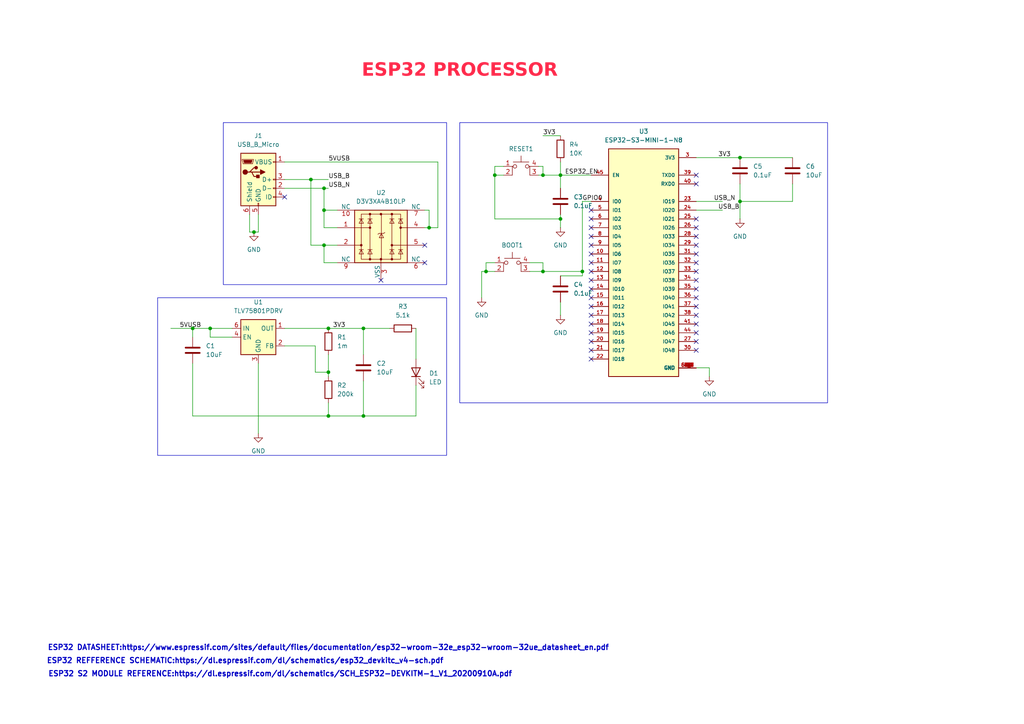
<source format=kicad_sch>
(kicad_sch
	(version 20231120)
	(generator "eeschema")
	(generator_version "8.0")
	(uuid "191b3af8-d3d1-42e7-8e33-5a038c5fb8cf")
	(paper "A4")
	(lib_symbols
		(symbol "Connector:USB_B_Micro"
			(pin_names
				(offset 1.016)
			)
			(exclude_from_sim no)
			(in_bom yes)
			(on_board yes)
			(property "Reference" "J"
				(at -5.08 11.43 0)
				(effects
					(font
						(size 1.27 1.27)
					)
					(justify left)
				)
			)
			(property "Value" "USB_B_Micro"
				(at -5.08 8.89 0)
				(effects
					(font
						(size 1.27 1.27)
					)
					(justify left)
				)
			)
			(property "Footprint" ""
				(at 3.81 -1.27 0)
				(effects
					(font
						(size 1.27 1.27)
					)
					(hide yes)
				)
			)
			(property "Datasheet" "~"
				(at 3.81 -1.27 0)
				(effects
					(font
						(size 1.27 1.27)
					)
					(hide yes)
				)
			)
			(property "Description" "USB Micro Type B connector"
				(at 0 0 0)
				(effects
					(font
						(size 1.27 1.27)
					)
					(hide yes)
				)
			)
			(property "ki_keywords" "connector USB micro"
				(at 0 0 0)
				(effects
					(font
						(size 1.27 1.27)
					)
					(hide yes)
				)
			)
			(property "ki_fp_filters" "USB*"
				(at 0 0 0)
				(effects
					(font
						(size 1.27 1.27)
					)
					(hide yes)
				)
			)
			(symbol "USB_B_Micro_0_1"
				(rectangle
					(start -5.08 -7.62)
					(end 5.08 7.62)
					(stroke
						(width 0.254)
						(type default)
					)
					(fill
						(type background)
					)
				)
				(circle
					(center -3.81 2.159)
					(radius 0.635)
					(stroke
						(width 0.254)
						(type default)
					)
					(fill
						(type outline)
					)
				)
				(circle
					(center -0.635 3.429)
					(radius 0.381)
					(stroke
						(width 0.254)
						(type default)
					)
					(fill
						(type outline)
					)
				)
				(rectangle
					(start -0.127 -7.62)
					(end 0.127 -6.858)
					(stroke
						(width 0)
						(type default)
					)
					(fill
						(type none)
					)
				)
				(polyline
					(pts
						(xy -1.905 2.159) (xy 0.635 2.159)
					)
					(stroke
						(width 0.254)
						(type default)
					)
					(fill
						(type none)
					)
				)
				(polyline
					(pts
						(xy -3.175 2.159) (xy -2.54 2.159) (xy -1.27 3.429) (xy -0.635 3.429)
					)
					(stroke
						(width 0.254)
						(type default)
					)
					(fill
						(type none)
					)
				)
				(polyline
					(pts
						(xy -2.54 2.159) (xy -1.905 2.159) (xy -1.27 0.889) (xy 0 0.889)
					)
					(stroke
						(width 0.254)
						(type default)
					)
					(fill
						(type none)
					)
				)
				(polyline
					(pts
						(xy 0.635 2.794) (xy 0.635 1.524) (xy 1.905 2.159) (xy 0.635 2.794)
					)
					(stroke
						(width 0.254)
						(type default)
					)
					(fill
						(type outline)
					)
				)
				(polyline
					(pts
						(xy -4.318 5.588) (xy -1.778 5.588) (xy -2.032 4.826) (xy -4.064 4.826) (xy -4.318 5.588)
					)
					(stroke
						(width 0)
						(type default)
					)
					(fill
						(type outline)
					)
				)
				(polyline
					(pts
						(xy -4.699 5.842) (xy -4.699 5.588) (xy -4.445 4.826) (xy -4.445 4.572) (xy -1.651 4.572) (xy -1.651 4.826)
						(xy -1.397 5.588) (xy -1.397 5.842) (xy -4.699 5.842)
					)
					(stroke
						(width 0)
						(type default)
					)
					(fill
						(type none)
					)
				)
				(rectangle
					(start 0.254 1.27)
					(end -0.508 0.508)
					(stroke
						(width 0.254)
						(type default)
					)
					(fill
						(type outline)
					)
				)
				(rectangle
					(start 5.08 -5.207)
					(end 4.318 -4.953)
					(stroke
						(width 0)
						(type default)
					)
					(fill
						(type none)
					)
				)
				(rectangle
					(start 5.08 -2.667)
					(end 4.318 -2.413)
					(stroke
						(width 0)
						(type default)
					)
					(fill
						(type none)
					)
				)
				(rectangle
					(start 5.08 -0.127)
					(end 4.318 0.127)
					(stroke
						(width 0)
						(type default)
					)
					(fill
						(type none)
					)
				)
				(rectangle
					(start 5.08 4.953)
					(end 4.318 5.207)
					(stroke
						(width 0)
						(type default)
					)
					(fill
						(type none)
					)
				)
			)
			(symbol "USB_B_Micro_1_1"
				(pin power_out line
					(at 7.62 5.08 180)
					(length 2.54)
					(name "VBUS"
						(effects
							(font
								(size 1.27 1.27)
							)
						)
					)
					(number "1"
						(effects
							(font
								(size 1.27 1.27)
							)
						)
					)
				)
				(pin bidirectional line
					(at 7.62 -2.54 180)
					(length 2.54)
					(name "D-"
						(effects
							(font
								(size 1.27 1.27)
							)
						)
					)
					(number "2"
						(effects
							(font
								(size 1.27 1.27)
							)
						)
					)
				)
				(pin bidirectional line
					(at 7.62 0 180)
					(length 2.54)
					(name "D+"
						(effects
							(font
								(size 1.27 1.27)
							)
						)
					)
					(number "3"
						(effects
							(font
								(size 1.27 1.27)
							)
						)
					)
				)
				(pin passive line
					(at 7.62 -5.08 180)
					(length 2.54)
					(name "ID"
						(effects
							(font
								(size 1.27 1.27)
							)
						)
					)
					(number "4"
						(effects
							(font
								(size 1.27 1.27)
							)
						)
					)
				)
				(pin power_out line
					(at 0 -10.16 90)
					(length 2.54)
					(name "GND"
						(effects
							(font
								(size 1.27 1.27)
							)
						)
					)
					(number "5"
						(effects
							(font
								(size 1.27 1.27)
							)
						)
					)
				)
				(pin passive line
					(at -2.54 -10.16 90)
					(length 2.54)
					(name "Shield"
						(effects
							(font
								(size 1.27 1.27)
							)
						)
					)
					(number "6"
						(effects
							(font
								(size 1.27 1.27)
							)
						)
					)
				)
			)
		)
		(symbol "Device:C"
			(pin_numbers hide)
			(pin_names
				(offset 0.254)
			)
			(exclude_from_sim no)
			(in_bom yes)
			(on_board yes)
			(property "Reference" "C"
				(at 0.635 2.54 0)
				(effects
					(font
						(size 1.27 1.27)
					)
					(justify left)
				)
			)
			(property "Value" "C"
				(at 0.635 -2.54 0)
				(effects
					(font
						(size 1.27 1.27)
					)
					(justify left)
				)
			)
			(property "Footprint" ""
				(at 0.9652 -3.81 0)
				(effects
					(font
						(size 1.27 1.27)
					)
					(hide yes)
				)
			)
			(property "Datasheet" "~"
				(at 0 0 0)
				(effects
					(font
						(size 1.27 1.27)
					)
					(hide yes)
				)
			)
			(property "Description" "Unpolarized capacitor"
				(at 0 0 0)
				(effects
					(font
						(size 1.27 1.27)
					)
					(hide yes)
				)
			)
			(property "ki_keywords" "cap capacitor"
				(at 0 0 0)
				(effects
					(font
						(size 1.27 1.27)
					)
					(hide yes)
				)
			)
			(property "ki_fp_filters" "C_*"
				(at 0 0 0)
				(effects
					(font
						(size 1.27 1.27)
					)
					(hide yes)
				)
			)
			(symbol "C_0_1"
				(polyline
					(pts
						(xy -2.032 -0.762) (xy 2.032 -0.762)
					)
					(stroke
						(width 0.508)
						(type default)
					)
					(fill
						(type none)
					)
				)
				(polyline
					(pts
						(xy -2.032 0.762) (xy 2.032 0.762)
					)
					(stroke
						(width 0.508)
						(type default)
					)
					(fill
						(type none)
					)
				)
			)
			(symbol "C_1_1"
				(pin passive line
					(at 0 3.81 270)
					(length 2.794)
					(name "~"
						(effects
							(font
								(size 1.27 1.27)
							)
						)
					)
					(number "1"
						(effects
							(font
								(size 1.27 1.27)
							)
						)
					)
				)
				(pin passive line
					(at 0 -3.81 90)
					(length 2.794)
					(name "~"
						(effects
							(font
								(size 1.27 1.27)
							)
						)
					)
					(number "2"
						(effects
							(font
								(size 1.27 1.27)
							)
						)
					)
				)
			)
		)
		(symbol "Device:LED"
			(pin_numbers hide)
			(pin_names
				(offset 1.016) hide)
			(exclude_from_sim no)
			(in_bom yes)
			(on_board yes)
			(property "Reference" "D"
				(at 0 2.54 0)
				(effects
					(font
						(size 1.27 1.27)
					)
				)
			)
			(property "Value" "LED"
				(at 0 -2.54 0)
				(effects
					(font
						(size 1.27 1.27)
					)
				)
			)
			(property "Footprint" ""
				(at 0 0 0)
				(effects
					(font
						(size 1.27 1.27)
					)
					(hide yes)
				)
			)
			(property "Datasheet" "~"
				(at 0 0 0)
				(effects
					(font
						(size 1.27 1.27)
					)
					(hide yes)
				)
			)
			(property "Description" "Light emitting diode"
				(at 0 0 0)
				(effects
					(font
						(size 1.27 1.27)
					)
					(hide yes)
				)
			)
			(property "ki_keywords" "LED diode"
				(at 0 0 0)
				(effects
					(font
						(size 1.27 1.27)
					)
					(hide yes)
				)
			)
			(property "ki_fp_filters" "LED* LED_SMD:* LED_THT:*"
				(at 0 0 0)
				(effects
					(font
						(size 1.27 1.27)
					)
					(hide yes)
				)
			)
			(symbol "LED_0_1"
				(polyline
					(pts
						(xy -1.27 -1.27) (xy -1.27 1.27)
					)
					(stroke
						(width 0.254)
						(type default)
					)
					(fill
						(type none)
					)
				)
				(polyline
					(pts
						(xy -1.27 0) (xy 1.27 0)
					)
					(stroke
						(width 0)
						(type default)
					)
					(fill
						(type none)
					)
				)
				(polyline
					(pts
						(xy 1.27 -1.27) (xy 1.27 1.27) (xy -1.27 0) (xy 1.27 -1.27)
					)
					(stroke
						(width 0.254)
						(type default)
					)
					(fill
						(type none)
					)
				)
				(polyline
					(pts
						(xy -3.048 -0.762) (xy -4.572 -2.286) (xy -3.81 -2.286) (xy -4.572 -2.286) (xy -4.572 -1.524)
					)
					(stroke
						(width 0)
						(type default)
					)
					(fill
						(type none)
					)
				)
				(polyline
					(pts
						(xy -1.778 -0.762) (xy -3.302 -2.286) (xy -2.54 -2.286) (xy -3.302 -2.286) (xy -3.302 -1.524)
					)
					(stroke
						(width 0)
						(type default)
					)
					(fill
						(type none)
					)
				)
			)
			(symbol "LED_1_1"
				(pin passive line
					(at -3.81 0 0)
					(length 2.54)
					(name "K"
						(effects
							(font
								(size 1.27 1.27)
							)
						)
					)
					(number "1"
						(effects
							(font
								(size 1.27 1.27)
							)
						)
					)
				)
				(pin passive line
					(at 3.81 0 180)
					(length 2.54)
					(name "A"
						(effects
							(font
								(size 1.27 1.27)
							)
						)
					)
					(number "2"
						(effects
							(font
								(size 1.27 1.27)
							)
						)
					)
				)
			)
		)
		(symbol "Device:R"
			(pin_numbers hide)
			(pin_names
				(offset 0)
			)
			(exclude_from_sim no)
			(in_bom yes)
			(on_board yes)
			(property "Reference" "R"
				(at 2.032 0 90)
				(effects
					(font
						(size 1.27 1.27)
					)
				)
			)
			(property "Value" "R"
				(at 0 0 90)
				(effects
					(font
						(size 1.27 1.27)
					)
				)
			)
			(property "Footprint" ""
				(at -1.778 0 90)
				(effects
					(font
						(size 1.27 1.27)
					)
					(hide yes)
				)
			)
			(property "Datasheet" "~"
				(at 0 0 0)
				(effects
					(font
						(size 1.27 1.27)
					)
					(hide yes)
				)
			)
			(property "Description" "Resistor"
				(at 0 0 0)
				(effects
					(font
						(size 1.27 1.27)
					)
					(hide yes)
				)
			)
			(property "ki_keywords" "R res resistor"
				(at 0 0 0)
				(effects
					(font
						(size 1.27 1.27)
					)
					(hide yes)
				)
			)
			(property "ki_fp_filters" "R_*"
				(at 0 0 0)
				(effects
					(font
						(size 1.27 1.27)
					)
					(hide yes)
				)
			)
			(symbol "R_0_1"
				(rectangle
					(start -1.016 -2.54)
					(end 1.016 2.54)
					(stroke
						(width 0.254)
						(type default)
					)
					(fill
						(type none)
					)
				)
			)
			(symbol "R_1_1"
				(pin passive line
					(at 0 3.81 270)
					(length 1.27)
					(name "~"
						(effects
							(font
								(size 1.27 1.27)
							)
						)
					)
					(number "1"
						(effects
							(font
								(size 1.27 1.27)
							)
						)
					)
				)
				(pin passive line
					(at 0 -3.81 90)
					(length 1.27)
					(name "~"
						(effects
							(font
								(size 1.27 1.27)
							)
						)
					)
					(number "2"
						(effects
							(font
								(size 1.27 1.27)
							)
						)
					)
				)
			)
		)
		(symbol "ESP32-S3-MINI-1-N8:ESP32-S3-MINI-1-N8"
			(pin_names
				(offset 1.016)
			)
			(exclude_from_sim no)
			(in_bom yes)
			(on_board yes)
			(property "Reference" "U"
				(at -10.16 34.29 0)
				(effects
					(font
						(size 1.27 1.27)
					)
					(justify left bottom)
				)
			)
			(property "Value" "ESP32-S3-MINI-1-N8"
				(at -10.16 -35.56 0)
				(effects
					(font
						(size 1.27 1.27)
					)
					(justify left bottom)
				)
			)
			(property "Footprint" "ESP32-S3-MINI-1-N8:XCVR_ESP32-S3-MINI-1-N8"
				(at 0 0 0)
				(effects
					(font
						(size 1.27 1.27)
					)
					(justify bottom)
					(hide yes)
				)
			)
			(property "Datasheet" ""
				(at 0 0 0)
				(effects
					(font
						(size 1.27 1.27)
					)
					(hide yes)
				)
			)
			(property "Description" ""
				(at 0 0 0)
				(effects
					(font
						(size 1.27 1.27)
					)
					(hide yes)
				)
			)
			(property "MF" "Espressif Systems"
				(at 0 0 0)
				(effects
					(font
						(size 1.27 1.27)
					)
					(justify bottom)
					(hide yes)
				)
			)
			(property "MAXIMUM_PACKAGE_HEIGHT" "2.55mm"
				(at 0 0 0)
				(effects
					(font
						(size 1.27 1.27)
					)
					(justify bottom)
					(hide yes)
				)
			)
			(property "Package" "None"
				(at 0 0 0)
				(effects
					(font
						(size 1.27 1.27)
					)
					(justify bottom)
					(hide yes)
				)
			)
			(property "Price" "None"
				(at 0 0 0)
				(effects
					(font
						(size 1.27 1.27)
					)
					(justify bottom)
					(hide yes)
				)
			)
			(property "Check_prices" "https://www.snapeda.com/parts/ESP32-S3-MINI-1-N8/Espressif+Systems/view-part/?ref=eda"
				(at 0 0 0)
				(effects
					(font
						(size 1.27 1.27)
					)
					(justify bottom)
					(hide yes)
				)
			)
			(property "STANDARD" "Manufacturer Recommendations"
				(at 0 0 0)
				(effects
					(font
						(size 1.27 1.27)
					)
					(justify bottom)
					(hide yes)
				)
			)
			(property "PARTREV" "v0.6"
				(at 0 0 0)
				(effects
					(font
						(size 1.27 1.27)
					)
					(justify bottom)
					(hide yes)
				)
			)
			(property "SnapEDA_Link" "https://www.snapeda.com/parts/ESP32-S3-MINI-1-N8/Espressif+Systems/view-part/?ref=snap"
				(at 0 0 0)
				(effects
					(font
						(size 1.27 1.27)
					)
					(justify bottom)
					(hide yes)
				)
			)
			(property "MP" "ESP32-S3-MINI-1-N8"
				(at 0 0 0)
				(effects
					(font
						(size 1.27 1.27)
					)
					(justify bottom)
					(hide yes)
				)
			)
			(property "Purchase-URL" "https://www.snapeda.com/api/url_track_click_mouser/?unipart_id=8941370&manufacturer=Espressif Systems&part_name=ESP32-S3-MINI-1-N8&search_term= esp32-s3"
				(at 0 0 0)
				(effects
					(font
						(size 1.27 1.27)
					)
					(justify bottom)
					(hide yes)
				)
			)
			(property "Description_1" "\nBluetooth, WiFi 802.11b/g/n, Bluetooth v5.0 Transceiver Module 2.4GHz PCB Trace Surface Mount\n"
				(at 0 0 0)
				(effects
					(font
						(size 1.27 1.27)
					)
					(justify bottom)
					(hide yes)
				)
			)
			(property "Availability" "In Stock"
				(at 0 0 0)
				(effects
					(font
						(size 1.27 1.27)
					)
					(justify bottom)
					(hide yes)
				)
			)
			(property "MANUFACTURER" "Espressif"
				(at 0 0 0)
				(effects
					(font
						(size 1.27 1.27)
					)
					(justify bottom)
					(hide yes)
				)
			)
			(symbol "ESP32-S3-MINI-1-N8_0_0"
				(rectangle
					(start -10.16 -33.02)
					(end 10.16 33.02)
					(stroke
						(width 0.254)
						(type default)
					)
					(fill
						(type background)
					)
				)
				(pin power_in line
					(at 15.24 -30.48 180)
					(length 5.08)
					(name "GND"
						(effects
							(font
								(size 1.016 1.016)
							)
						)
					)
					(number "1"
						(effects
							(font
								(size 1.016 1.016)
							)
						)
					)
				)
				(pin bidirectional line
					(at -15.24 2.54 0)
					(length 5.08)
					(name "IO6"
						(effects
							(font
								(size 1.016 1.016)
							)
						)
					)
					(number "10"
						(effects
							(font
								(size 1.016 1.016)
							)
						)
					)
				)
				(pin bidirectional line
					(at -15.24 0 0)
					(length 5.08)
					(name "IO7"
						(effects
							(font
								(size 1.016 1.016)
							)
						)
					)
					(number "11"
						(effects
							(font
								(size 1.016 1.016)
							)
						)
					)
				)
				(pin bidirectional line
					(at -15.24 -2.54 0)
					(length 5.08)
					(name "IO8"
						(effects
							(font
								(size 1.016 1.016)
							)
						)
					)
					(number "12"
						(effects
							(font
								(size 1.016 1.016)
							)
						)
					)
				)
				(pin bidirectional line
					(at -15.24 -5.08 0)
					(length 5.08)
					(name "IO9"
						(effects
							(font
								(size 1.016 1.016)
							)
						)
					)
					(number "13"
						(effects
							(font
								(size 1.016 1.016)
							)
						)
					)
				)
				(pin bidirectional line
					(at -15.24 -7.62 0)
					(length 5.08)
					(name "IO10"
						(effects
							(font
								(size 1.016 1.016)
							)
						)
					)
					(number "14"
						(effects
							(font
								(size 1.016 1.016)
							)
						)
					)
				)
				(pin bidirectional line
					(at -15.24 -10.16 0)
					(length 5.08)
					(name "IO11"
						(effects
							(font
								(size 1.016 1.016)
							)
						)
					)
					(number "15"
						(effects
							(font
								(size 1.016 1.016)
							)
						)
					)
				)
				(pin bidirectional line
					(at -15.24 -12.7 0)
					(length 5.08)
					(name "IO12"
						(effects
							(font
								(size 1.016 1.016)
							)
						)
					)
					(number "16"
						(effects
							(font
								(size 1.016 1.016)
							)
						)
					)
				)
				(pin bidirectional line
					(at -15.24 -15.24 0)
					(length 5.08)
					(name "IO13"
						(effects
							(font
								(size 1.016 1.016)
							)
						)
					)
					(number "17"
						(effects
							(font
								(size 1.016 1.016)
							)
						)
					)
				)
				(pin bidirectional line
					(at -15.24 -17.78 0)
					(length 5.08)
					(name "IO14"
						(effects
							(font
								(size 1.016 1.016)
							)
						)
					)
					(number "18"
						(effects
							(font
								(size 1.016 1.016)
							)
						)
					)
				)
				(pin bidirectional line
					(at -15.24 -20.32 0)
					(length 5.08)
					(name "IO15"
						(effects
							(font
								(size 1.016 1.016)
							)
						)
					)
					(number "19"
						(effects
							(font
								(size 1.016 1.016)
							)
						)
					)
				)
				(pin power_in line
					(at 15.24 -30.48 180)
					(length 5.08)
					(name "GND"
						(effects
							(font
								(size 1.016 1.016)
							)
						)
					)
					(number "2"
						(effects
							(font
								(size 1.016 1.016)
							)
						)
					)
				)
				(pin bidirectional line
					(at -15.24 -22.86 0)
					(length 5.08)
					(name "IO16"
						(effects
							(font
								(size 1.016 1.016)
							)
						)
					)
					(number "20"
						(effects
							(font
								(size 1.016 1.016)
							)
						)
					)
				)
				(pin bidirectional line
					(at -15.24 -25.4 0)
					(length 5.08)
					(name "IO17"
						(effects
							(font
								(size 1.016 1.016)
							)
						)
					)
					(number "21"
						(effects
							(font
								(size 1.016 1.016)
							)
						)
					)
				)
				(pin bidirectional line
					(at -15.24 -27.94 0)
					(length 5.08)
					(name "IO18"
						(effects
							(font
								(size 1.016 1.016)
							)
						)
					)
					(number "22"
						(effects
							(font
								(size 1.016 1.016)
							)
						)
					)
				)
				(pin bidirectional line
					(at 15.24 17.78 180)
					(length 5.08)
					(name "IO19"
						(effects
							(font
								(size 1.016 1.016)
							)
						)
					)
					(number "23"
						(effects
							(font
								(size 1.016 1.016)
							)
						)
					)
				)
				(pin bidirectional line
					(at 15.24 15.24 180)
					(length 5.08)
					(name "IO20"
						(effects
							(font
								(size 1.016 1.016)
							)
						)
					)
					(number "24"
						(effects
							(font
								(size 1.016 1.016)
							)
						)
					)
				)
				(pin bidirectional line
					(at 15.24 12.7 180)
					(length 5.08)
					(name "IO21"
						(effects
							(font
								(size 1.016 1.016)
							)
						)
					)
					(number "25"
						(effects
							(font
								(size 1.016 1.016)
							)
						)
					)
				)
				(pin bidirectional line
					(at 15.24 10.16 180)
					(length 5.08)
					(name "IO26"
						(effects
							(font
								(size 1.016 1.016)
							)
						)
					)
					(number "26"
						(effects
							(font
								(size 1.016 1.016)
							)
						)
					)
				)
				(pin bidirectional line
					(at 15.24 -22.86 180)
					(length 5.08)
					(name "IO47"
						(effects
							(font
								(size 1.016 1.016)
							)
						)
					)
					(number "27"
						(effects
							(font
								(size 1.016 1.016)
							)
						)
					)
				)
				(pin bidirectional line
					(at 15.24 7.62 180)
					(length 5.08)
					(name "IO33"
						(effects
							(font
								(size 1.016 1.016)
							)
						)
					)
					(number "28"
						(effects
							(font
								(size 1.016 1.016)
							)
						)
					)
				)
				(pin bidirectional line
					(at 15.24 5.08 180)
					(length 5.08)
					(name "IO34"
						(effects
							(font
								(size 1.016 1.016)
							)
						)
					)
					(number "29"
						(effects
							(font
								(size 1.016 1.016)
							)
						)
					)
				)
				(pin power_in line
					(at 15.24 30.48 180)
					(length 5.08)
					(name "3V3"
						(effects
							(font
								(size 1.016 1.016)
							)
						)
					)
					(number "3"
						(effects
							(font
								(size 1.016 1.016)
							)
						)
					)
				)
				(pin bidirectional line
					(at 15.24 -25.4 180)
					(length 5.08)
					(name "IO48"
						(effects
							(font
								(size 1.016 1.016)
							)
						)
					)
					(number "30"
						(effects
							(font
								(size 1.016 1.016)
							)
						)
					)
				)
				(pin bidirectional line
					(at 15.24 2.54 180)
					(length 5.08)
					(name "IO35"
						(effects
							(font
								(size 1.016 1.016)
							)
						)
					)
					(number "31"
						(effects
							(font
								(size 1.016 1.016)
							)
						)
					)
				)
				(pin bidirectional line
					(at 15.24 0 180)
					(length 5.08)
					(name "IO36"
						(effects
							(font
								(size 1.016 1.016)
							)
						)
					)
					(number "32"
						(effects
							(font
								(size 1.016 1.016)
							)
						)
					)
				)
				(pin bidirectional line
					(at 15.24 -2.54 180)
					(length 5.08)
					(name "IO37"
						(effects
							(font
								(size 1.016 1.016)
							)
						)
					)
					(number "33"
						(effects
							(font
								(size 1.016 1.016)
							)
						)
					)
				)
				(pin bidirectional line
					(at 15.24 -5.08 180)
					(length 5.08)
					(name "IO38"
						(effects
							(font
								(size 1.016 1.016)
							)
						)
					)
					(number "34"
						(effects
							(font
								(size 1.016 1.016)
							)
						)
					)
				)
				(pin bidirectional line
					(at 15.24 -7.62 180)
					(length 5.08)
					(name "IO39"
						(effects
							(font
								(size 1.016 1.016)
							)
						)
					)
					(number "35"
						(effects
							(font
								(size 1.016 1.016)
							)
						)
					)
				)
				(pin bidirectional line
					(at 15.24 -10.16 180)
					(length 5.08)
					(name "IO40"
						(effects
							(font
								(size 1.016 1.016)
							)
						)
					)
					(number "36"
						(effects
							(font
								(size 1.016 1.016)
							)
						)
					)
				)
				(pin bidirectional line
					(at 15.24 -12.7 180)
					(length 5.08)
					(name "IO41"
						(effects
							(font
								(size 1.016 1.016)
							)
						)
					)
					(number "37"
						(effects
							(font
								(size 1.016 1.016)
							)
						)
					)
				)
				(pin bidirectional line
					(at 15.24 -15.24 180)
					(length 5.08)
					(name "IO42"
						(effects
							(font
								(size 1.016 1.016)
							)
						)
					)
					(number "38"
						(effects
							(font
								(size 1.016 1.016)
							)
						)
					)
				)
				(pin bidirectional line
					(at 15.24 25.4 180)
					(length 5.08)
					(name "TXD0"
						(effects
							(font
								(size 1.016 1.016)
							)
						)
					)
					(number "39"
						(effects
							(font
								(size 1.016 1.016)
							)
						)
					)
				)
				(pin bidirectional line
					(at -15.24 17.78 0)
					(length 5.08)
					(name "IO0"
						(effects
							(font
								(size 1.016 1.016)
							)
						)
					)
					(number "4"
						(effects
							(font
								(size 1.016 1.016)
							)
						)
					)
				)
				(pin bidirectional line
					(at 15.24 22.86 180)
					(length 5.08)
					(name "RXD0"
						(effects
							(font
								(size 1.016 1.016)
							)
						)
					)
					(number "40"
						(effects
							(font
								(size 1.016 1.016)
							)
						)
					)
				)
				(pin bidirectional line
					(at 15.24 -17.78 180)
					(length 5.08)
					(name "IO45"
						(effects
							(font
								(size 1.016 1.016)
							)
						)
					)
					(number "41"
						(effects
							(font
								(size 1.016 1.016)
							)
						)
					)
				)
				(pin power_in line
					(at 15.24 -30.48 180)
					(length 5.08)
					(name "GND"
						(effects
							(font
								(size 1.016 1.016)
							)
						)
					)
					(number "42"
						(effects
							(font
								(size 1.016 1.016)
							)
						)
					)
				)
				(pin power_in line
					(at 15.24 -30.48 180)
					(length 5.08)
					(name "GND"
						(effects
							(font
								(size 1.016 1.016)
							)
						)
					)
					(number "43"
						(effects
							(font
								(size 1.016 1.016)
							)
						)
					)
				)
				(pin bidirectional line
					(at 15.24 -20.32 180)
					(length 5.08)
					(name "IO46"
						(effects
							(font
								(size 1.016 1.016)
							)
						)
					)
					(number "44"
						(effects
							(font
								(size 1.016 1.016)
							)
						)
					)
				)
				(pin input line
					(at -15.24 25.4 0)
					(length 5.08)
					(name "EN"
						(effects
							(font
								(size 1.016 1.016)
							)
						)
					)
					(number "45"
						(effects
							(font
								(size 1.016 1.016)
							)
						)
					)
				)
				(pin power_in line
					(at 15.24 -30.48 180)
					(length 5.08)
					(name "GND"
						(effects
							(font
								(size 1.016 1.016)
							)
						)
					)
					(number "46"
						(effects
							(font
								(size 1.016 1.016)
							)
						)
					)
				)
				(pin power_in line
					(at 15.24 -30.48 180)
					(length 5.08)
					(name "GND"
						(effects
							(font
								(size 1.016 1.016)
							)
						)
					)
					(number "47"
						(effects
							(font
								(size 1.016 1.016)
							)
						)
					)
				)
				(pin power_in line
					(at 15.24 -30.48 180)
					(length 5.08)
					(name "GND"
						(effects
							(font
								(size 1.016 1.016)
							)
						)
					)
					(number "48"
						(effects
							(font
								(size 1.016 1.016)
							)
						)
					)
				)
				(pin power_in line
					(at 15.24 -30.48 180)
					(length 5.08)
					(name "GND"
						(effects
							(font
								(size 1.016 1.016)
							)
						)
					)
					(number "49"
						(effects
							(font
								(size 1.016 1.016)
							)
						)
					)
				)
				(pin bidirectional line
					(at -15.24 15.24 0)
					(length 5.08)
					(name "IO1"
						(effects
							(font
								(size 1.016 1.016)
							)
						)
					)
					(number "5"
						(effects
							(font
								(size 1.016 1.016)
							)
						)
					)
				)
				(pin power_in line
					(at 15.24 -30.48 180)
					(length 5.08)
					(name "GND"
						(effects
							(font
								(size 1.016 1.016)
							)
						)
					)
					(number "50"
						(effects
							(font
								(size 1.016 1.016)
							)
						)
					)
				)
				(pin power_in line
					(at 15.24 -30.48 180)
					(length 5.08)
					(name "GND"
						(effects
							(font
								(size 1.016 1.016)
							)
						)
					)
					(number "51"
						(effects
							(font
								(size 1.016 1.016)
							)
						)
					)
				)
				(pin power_in line
					(at 15.24 -30.48 180)
					(length 5.08)
					(name "GND"
						(effects
							(font
								(size 1.016 1.016)
							)
						)
					)
					(number "52"
						(effects
							(font
								(size 1.016 1.016)
							)
						)
					)
				)
				(pin power_in line
					(at 15.24 -30.48 180)
					(length 5.08)
					(name "GND"
						(effects
							(font
								(size 1.016 1.016)
							)
						)
					)
					(number "53"
						(effects
							(font
								(size 1.016 1.016)
							)
						)
					)
				)
				(pin power_in line
					(at 15.24 -30.48 180)
					(length 5.08)
					(name "GND"
						(effects
							(font
								(size 1.016 1.016)
							)
						)
					)
					(number "54"
						(effects
							(font
								(size 1.016 1.016)
							)
						)
					)
				)
				(pin power_in line
					(at 15.24 -30.48 180)
					(length 5.08)
					(name "GND"
						(effects
							(font
								(size 1.016 1.016)
							)
						)
					)
					(number "55"
						(effects
							(font
								(size 1.016 1.016)
							)
						)
					)
				)
				(pin power_in line
					(at 15.24 -30.48 180)
					(length 5.08)
					(name "GND"
						(effects
							(font
								(size 1.016 1.016)
							)
						)
					)
					(number "56"
						(effects
							(font
								(size 1.016 1.016)
							)
						)
					)
				)
				(pin power_in line
					(at 15.24 -30.48 180)
					(length 5.08)
					(name "GND"
						(effects
							(font
								(size 1.016 1.016)
							)
						)
					)
					(number "57"
						(effects
							(font
								(size 1.016 1.016)
							)
						)
					)
				)
				(pin power_in line
					(at 15.24 -30.48 180)
					(length 5.08)
					(name "GND"
						(effects
							(font
								(size 1.016 1.016)
							)
						)
					)
					(number "58"
						(effects
							(font
								(size 1.016 1.016)
							)
						)
					)
				)
				(pin power_in line
					(at 15.24 -30.48 180)
					(length 5.08)
					(name "GND"
						(effects
							(font
								(size 1.016 1.016)
							)
						)
					)
					(number "59"
						(effects
							(font
								(size 1.016 1.016)
							)
						)
					)
				)
				(pin bidirectional line
					(at -15.24 12.7 0)
					(length 5.08)
					(name "IO2"
						(effects
							(font
								(size 1.016 1.016)
							)
						)
					)
					(number "6"
						(effects
							(font
								(size 1.016 1.016)
							)
						)
					)
				)
				(pin power_in line
					(at 15.24 -30.48 180)
					(length 5.08)
					(name "GND"
						(effects
							(font
								(size 1.016 1.016)
							)
						)
					)
					(number "60"
						(effects
							(font
								(size 1.016 1.016)
							)
						)
					)
				)
				(pin power_in line
					(at 15.24 -30.48 180)
					(length 5.08)
					(name "GND"
						(effects
							(font
								(size 1.016 1.016)
							)
						)
					)
					(number "61"
						(effects
							(font
								(size 1.016 1.016)
							)
						)
					)
				)
				(pin power_in line
					(at 15.24 -30.48 180)
					(length 5.08)
					(name "GND"
						(effects
							(font
								(size 1.016 1.016)
							)
						)
					)
					(number "61_1"
						(effects
							(font
								(size 1.016 1.016)
							)
						)
					)
				)
				(pin power_in line
					(at 15.24 -30.48 180)
					(length 5.08)
					(name "GND"
						(effects
							(font
								(size 1.016 1.016)
							)
						)
					)
					(number "61_2"
						(effects
							(font
								(size 1.016 1.016)
							)
						)
					)
				)
				(pin power_in line
					(at 15.24 -30.48 180)
					(length 5.08)
					(name "GND"
						(effects
							(font
								(size 1.016 1.016)
							)
						)
					)
					(number "61_3"
						(effects
							(font
								(size 1.016 1.016)
							)
						)
					)
				)
				(pin power_in line
					(at 15.24 -30.48 180)
					(length 5.08)
					(name "GND"
						(effects
							(font
								(size 1.016 1.016)
							)
						)
					)
					(number "61_4"
						(effects
							(font
								(size 1.016 1.016)
							)
						)
					)
				)
				(pin power_in line
					(at 15.24 -30.48 180)
					(length 5.08)
					(name "GND"
						(effects
							(font
								(size 1.016 1.016)
							)
						)
					)
					(number "61_5"
						(effects
							(font
								(size 1.016 1.016)
							)
						)
					)
				)
				(pin power_in line
					(at 15.24 -30.48 180)
					(length 5.08)
					(name "GND"
						(effects
							(font
								(size 1.016 1.016)
							)
						)
					)
					(number "61_6"
						(effects
							(font
								(size 1.016 1.016)
							)
						)
					)
				)
				(pin power_in line
					(at 15.24 -30.48 180)
					(length 5.08)
					(name "GND"
						(effects
							(font
								(size 1.016 1.016)
							)
						)
					)
					(number "61_7"
						(effects
							(font
								(size 1.016 1.016)
							)
						)
					)
				)
				(pin power_in line
					(at 15.24 -30.48 180)
					(length 5.08)
					(name "GND"
						(effects
							(font
								(size 1.016 1.016)
							)
						)
					)
					(number "61_8"
						(effects
							(font
								(size 1.016 1.016)
							)
						)
					)
				)
				(pin power_in line
					(at 15.24 -30.48 180)
					(length 5.08)
					(name "GND"
						(effects
							(font
								(size 1.016 1.016)
							)
						)
					)
					(number "62"
						(effects
							(font
								(size 1.016 1.016)
							)
						)
					)
				)
				(pin power_in line
					(at 15.24 -30.48 180)
					(length 5.08)
					(name "GND"
						(effects
							(font
								(size 1.016 1.016)
							)
						)
					)
					(number "63"
						(effects
							(font
								(size 1.016 1.016)
							)
						)
					)
				)
				(pin power_in line
					(at 15.24 -30.48 180)
					(length 5.08)
					(name "GND"
						(effects
							(font
								(size 1.016 1.016)
							)
						)
					)
					(number "64"
						(effects
							(font
								(size 1.016 1.016)
							)
						)
					)
				)
				(pin power_in line
					(at 15.24 -30.48 180)
					(length 5.08)
					(name "GND"
						(effects
							(font
								(size 1.016 1.016)
							)
						)
					)
					(number "65"
						(effects
							(font
								(size 1.016 1.016)
							)
						)
					)
				)
				(pin bidirectional line
					(at -15.24 10.16 0)
					(length 5.08)
					(name "IO3"
						(effects
							(font
								(size 1.016 1.016)
							)
						)
					)
					(number "7"
						(effects
							(font
								(size 1.016 1.016)
							)
						)
					)
				)
				(pin bidirectional line
					(at -15.24 7.62 0)
					(length 5.08)
					(name "IO4"
						(effects
							(font
								(size 1.016 1.016)
							)
						)
					)
					(number "8"
						(effects
							(font
								(size 1.016 1.016)
							)
						)
					)
				)
				(pin bidirectional line
					(at -15.24 5.08 0)
					(length 5.08)
					(name "IO5"
						(effects
							(font
								(size 1.016 1.016)
							)
						)
					)
					(number "9"
						(effects
							(font
								(size 1.016 1.016)
							)
						)
					)
				)
			)
		)
		(symbol "Power_Protection:D3V3XA4B10LP"
			(pin_names
				(offset 0)
			)
			(exclude_from_sim no)
			(in_bom yes)
			(on_board yes)
			(property "Reference" "U"
				(at -0.635 8.89 0)
				(effects
					(font
						(size 1.27 1.27)
					)
				)
			)
			(property "Value" "D3V3XA4B10LP"
				(at 8.89 -10.16 0)
				(effects
					(font
						(size 1.27 1.27)
					)
				)
			)
			(property "Footprint" "Package_DFN_QFN:Diodes_UDFN-10_1.0x2.5mm_P0.5mm"
				(at -24.13 -10.16 0)
				(effects
					(font
						(size 1.27 1.27)
					)
					(hide yes)
				)
			)
			(property "Datasheet" "https://www.diodes.com/assets/Datasheets/D3V3XA4B10LP.pdf"
				(at 0 0 0)
				(effects
					(font
						(size 1.27 1.27)
					)
					(hide yes)
				)
			)
			(property "Description" "4-Channel Low Capacitance TVS Diode Array, DFN-10"
				(at 0 0 0)
				(effects
					(font
						(size 1.27 1.27)
					)
					(hide yes)
				)
			)
			(property "ki_keywords" "ESD protection TVS"
				(at 0 0 0)
				(effects
					(font
						(size 1.27 1.27)
					)
					(hide yes)
				)
			)
			(property "ki_fp_filters" "Diodes*UDFN*1.0x2.5mm*P0.5mm*"
				(at 0 0 0)
				(effects
					(font
						(size 1.27 1.27)
					)
					(hide yes)
				)
			)
			(symbol "D3V3XA4B10LP_0_0"
				(rectangle
					(start -5.715 6.477)
					(end 5.715 -6.604)
					(stroke
						(width 0)
						(type default)
					)
					(fill
						(type none)
					)
				)
				(polyline
					(pts
						(xy -3.175 -6.604) (xy -3.175 6.477)
					)
					(stroke
						(width 0)
						(type default)
					)
					(fill
						(type none)
					)
				)
				(polyline
					(pts
						(xy 0.127 6.477) (xy 0.127 -6.604)
					)
					(stroke
						(width 0)
						(type default)
					)
					(fill
						(type none)
					)
				)
				(polyline
					(pts
						(xy 3.175 6.477) (xy 3.175 -6.604)
					)
					(stroke
						(width 0)
						(type default)
					)
					(fill
						(type none)
					)
				)
			)
			(symbol "D3V3XA4B10LP_0_1"
				(rectangle
					(start -7.62 7.62)
					(end 7.62 -7.62)
					(stroke
						(width 0.254)
						(type default)
					)
					(fill
						(type background)
					)
				)
				(circle
					(center -5.715 -2.54)
					(radius 0.2794)
					(stroke
						(width 0)
						(type default)
					)
					(fill
						(type outline)
					)
				)
				(circle
					(center -3.175 -6.604)
					(radius 0.2794)
					(stroke
						(width 0)
						(type default)
					)
					(fill
						(type outline)
					)
				)
				(circle
					(center -3.175 2.54)
					(radius 0.2794)
					(stroke
						(width 0)
						(type default)
					)
					(fill
						(type outline)
					)
				)
				(circle
					(center -3.175 6.477)
					(radius 0.2794)
					(stroke
						(width 0)
						(type default)
					)
					(fill
						(type outline)
					)
				)
				(circle
					(center 0 -6.604)
					(radius 0.2794)
					(stroke
						(width 0)
						(type default)
					)
					(fill
						(type outline)
					)
				)
				(polyline
					(pts
						(xy -7.747 2.54) (xy -3.175 2.54)
					)
					(stroke
						(width 0)
						(type default)
					)
					(fill
						(type none)
					)
				)
				(polyline
					(pts
						(xy -7.62 -2.54) (xy -5.715 -2.54)
					)
					(stroke
						(width 0)
						(type default)
					)
					(fill
						(type none)
					)
				)
				(polyline
					(pts
						(xy -5.08 -3.81) (xy -6.35 -3.81)
					)
					(stroke
						(width 0)
						(type default)
					)
					(fill
						(type none)
					)
				)
				(polyline
					(pts
						(xy -5.08 5.08) (xy -6.35 5.08)
					)
					(stroke
						(width 0)
						(type default)
					)
					(fill
						(type none)
					)
				)
				(polyline
					(pts
						(xy -2.54 -3.81) (xy -3.81 -3.81)
					)
					(stroke
						(width 0)
						(type default)
					)
					(fill
						(type none)
					)
				)
				(polyline
					(pts
						(xy -2.54 5.08) (xy -3.81 5.08)
					)
					(stroke
						(width 0)
						(type default)
					)
					(fill
						(type none)
					)
				)
				(polyline
					(pts
						(xy -0.508 0.889) (xy -0.889 0.635)
					)
					(stroke
						(width 0)
						(type default)
					)
					(fill
						(type none)
					)
				)
				(polyline
					(pts
						(xy 0 -6.604) (xy 0 -7.62)
					)
					(stroke
						(width 0)
						(type default)
					)
					(fill
						(type none)
					)
				)
				(polyline
					(pts
						(xy 0.762 0.889) (xy -0.508 0.889)
					)
					(stroke
						(width 0)
						(type default)
					)
					(fill
						(type none)
					)
				)
				(polyline
					(pts
						(xy 0.762 0.889) (xy 1.143 1.143)
					)
					(stroke
						(width 0)
						(type default)
					)
					(fill
						(type none)
					)
				)
				(polyline
					(pts
						(xy 3.81 -3.81) (xy 2.54 -3.81)
					)
					(stroke
						(width 0)
						(type default)
					)
					(fill
						(type none)
					)
				)
				(polyline
					(pts
						(xy 3.81 5.08) (xy 2.54 5.08)
					)
					(stroke
						(width 0)
						(type default)
					)
					(fill
						(type none)
					)
				)
				(polyline
					(pts
						(xy 6.35 -3.81) (xy 5.08 -3.81)
					)
					(stroke
						(width 0)
						(type default)
					)
					(fill
						(type none)
					)
				)
				(polyline
					(pts
						(xy 6.35 5.08) (xy 5.08 5.08)
					)
					(stroke
						(width 0)
						(type default)
					)
					(fill
						(type none)
					)
				)
				(polyline
					(pts
						(xy 7.62 -2.54) (xy 3.175 -2.54)
					)
					(stroke
						(width 0)
						(type default)
					)
					(fill
						(type none)
					)
				)
				(polyline
					(pts
						(xy 7.62 2.54) (xy 5.715 2.54)
					)
					(stroke
						(width 0)
						(type default)
					)
					(fill
						(type none)
					)
				)
				(polyline
					(pts
						(xy -5.08 -5.08) (xy -6.35 -5.08) (xy -5.715 -3.81) (xy -5.08 -5.08)
					)
					(stroke
						(width 0)
						(type default)
					)
					(fill
						(type none)
					)
				)
				(polyline
					(pts
						(xy -5.08 3.81) (xy -6.35 3.81) (xy -5.715 5.08) (xy -5.08 3.81)
					)
					(stroke
						(width 0)
						(type default)
					)
					(fill
						(type none)
					)
				)
				(polyline
					(pts
						(xy -2.54 -5.08) (xy -3.81 -5.08) (xy -3.175 -3.81) (xy -2.54 -5.08)
					)
					(stroke
						(width 0)
						(type default)
					)
					(fill
						(type none)
					)
				)
				(polyline
					(pts
						(xy -2.54 3.81) (xy -3.81 3.81) (xy -3.175 5.08) (xy -2.54 3.81)
					)
					(stroke
						(width 0)
						(type default)
					)
					(fill
						(type none)
					)
				)
				(polyline
					(pts
						(xy 0.762 -0.381) (xy -0.508 -0.381) (xy 0.127 0.889) (xy 0.762 -0.381)
					)
					(stroke
						(width 0)
						(type default)
					)
					(fill
						(type none)
					)
				)
				(polyline
					(pts
						(xy 3.81 -5.08) (xy 2.54 -5.08) (xy 3.175 -3.81) (xy 3.81 -5.08)
					)
					(stroke
						(width 0)
						(type default)
					)
					(fill
						(type none)
					)
				)
				(polyline
					(pts
						(xy 3.81 3.81) (xy 2.54 3.81) (xy 3.175 5.08) (xy 3.81 3.81)
					)
					(stroke
						(width 0)
						(type default)
					)
					(fill
						(type none)
					)
				)
				(polyline
					(pts
						(xy 6.35 -5.08) (xy 5.08 -5.08) (xy 5.715 -3.81) (xy 6.35 -5.08)
					)
					(stroke
						(width 0)
						(type default)
					)
					(fill
						(type none)
					)
				)
				(polyline
					(pts
						(xy 6.35 3.81) (xy 5.08 3.81) (xy 5.715 5.08) (xy 6.35 3.81)
					)
					(stroke
						(width 0)
						(type default)
					)
					(fill
						(type none)
					)
				)
				(circle
					(center 0 6.477)
					(radius 0.2794)
					(stroke
						(width 0)
						(type default)
					)
					(fill
						(type outline)
					)
				)
				(circle
					(center 3.175 -6.604)
					(radius 0.2794)
					(stroke
						(width 0)
						(type default)
					)
					(fill
						(type outline)
					)
				)
				(circle
					(center 3.175 -2.54)
					(radius 0.2794)
					(stroke
						(width 0)
						(type default)
					)
					(fill
						(type outline)
					)
				)
				(circle
					(center 3.175 6.477)
					(radius 0.2794)
					(stroke
						(width 0)
						(type default)
					)
					(fill
						(type outline)
					)
				)
				(circle
					(center 5.715 2.54)
					(radius 0.2794)
					(stroke
						(width 0)
						(type default)
					)
					(fill
						(type outline)
					)
				)
			)
			(symbol "D3V3XA4B10LP_1_1"
				(pin passive line
					(at -12.7 2.54 0)
					(length 5.08)
					(name "~"
						(effects
							(font
								(size 1.27 1.27)
							)
						)
					)
					(number "1"
						(effects
							(font
								(size 1.27 1.27)
							)
						)
					)
				)
				(pin free line
					(at -12.7 7.62 0)
					(length 5.08)
					(name "NC"
						(effects
							(font
								(size 1.27 1.27)
							)
						)
					)
					(number "10"
						(effects
							(font
								(size 1.27 1.27)
							)
						)
					)
				)
				(pin passive line
					(at -12.7 -2.54 0)
					(length 5.08)
					(name "~"
						(effects
							(font
								(size 1.27 1.27)
							)
						)
					)
					(number "2"
						(effects
							(font
								(size 1.27 1.27)
							)
						)
					)
				)
				(pin power_in line
					(at 0 -12.7 90)
					(length 5.08)
					(name "VSS"
						(effects
							(font
								(size 1.27 1.27)
							)
						)
					)
					(number "3"
						(effects
							(font
								(size 1.27 1.27)
							)
						)
					)
				)
				(pin passive line
					(at 12.7 2.54 180)
					(length 5.08)
					(name "~"
						(effects
							(font
								(size 1.27 1.27)
							)
						)
					)
					(number "4"
						(effects
							(font
								(size 1.27 1.27)
							)
						)
					)
				)
				(pin passive line
					(at 12.7 -2.54 180)
					(length 5.08)
					(name "~"
						(effects
							(font
								(size 1.27 1.27)
							)
						)
					)
					(number "5"
						(effects
							(font
								(size 1.27 1.27)
							)
						)
					)
				)
				(pin free line
					(at 12.7 -7.62 180)
					(length 5.08)
					(name "NC"
						(effects
							(font
								(size 1.27 1.27)
							)
						)
					)
					(number "6"
						(effects
							(font
								(size 1.27 1.27)
							)
						)
					)
				)
				(pin free line
					(at 12.7 7.62 180)
					(length 5.08)
					(name "NC"
						(effects
							(font
								(size 1.27 1.27)
							)
						)
					)
					(number "7"
						(effects
							(font
								(size 1.27 1.27)
							)
						)
					)
				)
				(pin passive line
					(at 0 -12.7 90)
					(length 5.08) hide
					(name "VSS"
						(effects
							(font
								(size 1.27 1.27)
							)
						)
					)
					(number "8"
						(effects
							(font
								(size 1.27 1.27)
							)
						)
					)
				)
				(pin free line
					(at -12.7 -7.62 0)
					(length 5.08)
					(name "NC"
						(effects
							(font
								(size 1.27 1.27)
							)
						)
					)
					(number "9"
						(effects
							(font
								(size 1.27 1.27)
							)
						)
					)
				)
			)
		)
		(symbol "Regulator_Linear:TLV75801PDRV"
			(exclude_from_sim no)
			(in_bom yes)
			(on_board yes)
			(property "Reference" "U"
				(at -3.81 6.35 0)
				(effects
					(font
						(size 1.27 1.27)
					)
				)
			)
			(property "Value" "TLV75801PDRV"
				(at 0 6.35 0)
				(effects
					(font
						(size 1.27 1.27)
					)
					(justify left)
				)
			)
			(property "Footprint" "Package_SON:WSON-6-1EP_2x2mm_P0.65mm_EP1x1.6mm"
				(at 0 8.255 0)
				(effects
					(font
						(size 1.27 1.27)
						(italic yes)
					)
					(hide yes)
				)
			)
			(property "Datasheet" "https://www.ti.com/lit/ds/symlink/tlv758p.pdf"
				(at 0 1.27 0)
				(effects
					(font
						(size 1.27 1.27)
					)
					(hide yes)
				)
			)
			(property "Description" "500mA Low-Dropout Linear Regulator, Adjustable Output, WSON-6"
				(at 0 0 0)
				(effects
					(font
						(size 1.27 1.27)
					)
					(hide yes)
				)
			)
			(property "ki_keywords" "ldo positive"
				(at 0 0 0)
				(effects
					(font
						(size 1.27 1.27)
					)
					(hide yes)
				)
			)
			(property "ki_fp_filters" "WSON*1EP*2x2mm*P0.65mm*"
				(at 0 0 0)
				(effects
					(font
						(size 1.27 1.27)
					)
					(hide yes)
				)
			)
			(symbol "TLV75801PDRV_0_1"
				(rectangle
					(start 5.08 -5.08)
					(end -5.08 5.08)
					(stroke
						(width 0.254)
						(type default)
					)
					(fill
						(type background)
					)
				)
			)
			(symbol "TLV75801PDRV_1_1"
				(pin power_out line
					(at 7.62 2.54 180)
					(length 2.54)
					(name "OUT"
						(effects
							(font
								(size 1.27 1.27)
							)
						)
					)
					(number "1"
						(effects
							(font
								(size 1.27 1.27)
							)
						)
					)
				)
				(pin input line
					(at 7.62 -2.54 180)
					(length 2.54)
					(name "FB"
						(effects
							(font
								(size 1.27 1.27)
							)
						)
					)
					(number "2"
						(effects
							(font
								(size 1.27 1.27)
							)
						)
					)
				)
				(pin power_in line
					(at 0 -7.62 90)
					(length 2.54)
					(name "GND"
						(effects
							(font
								(size 1.27 1.27)
							)
						)
					)
					(number "3"
						(effects
							(font
								(size 1.27 1.27)
							)
						)
					)
				)
				(pin input line
					(at -7.62 0 0)
					(length 2.54)
					(name "EN"
						(effects
							(font
								(size 1.27 1.27)
							)
						)
					)
					(number "4"
						(effects
							(font
								(size 1.27 1.27)
							)
						)
					)
				)
				(pin no_connect line
					(at 5.08 0 180)
					(length 2.54) hide
					(name "DNC"
						(effects
							(font
								(size 1.27 1.27)
							)
						)
					)
					(number "5"
						(effects
							(font
								(size 1.27 1.27)
							)
						)
					)
				)
				(pin power_in line
					(at -7.62 2.54 0)
					(length 2.54)
					(name "IN"
						(effects
							(font
								(size 1.27 1.27)
							)
						)
					)
					(number "6"
						(effects
							(font
								(size 1.27 1.27)
							)
						)
					)
				)
				(pin passive line
					(at 0 -7.62 90)
					(length 2.54) hide
					(name "GND"
						(effects
							(font
								(size 1.27 1.27)
							)
						)
					)
					(number "7"
						(effects
							(font
								(size 1.27 1.27)
							)
						)
					)
				)
			)
		)
		(symbol "Switch:SW_MEC_5E"
			(pin_names
				(offset 1.016) hide)
			(exclude_from_sim no)
			(in_bom yes)
			(on_board yes)
			(property "Reference" "SW"
				(at 0.635 5.715 0)
				(effects
					(font
						(size 1.27 1.27)
					)
					(justify left)
				)
			)
			(property "Value" "SW_MEC_5E"
				(at 0 -3.175 0)
				(effects
					(font
						(size 1.27 1.27)
					)
				)
			)
			(property "Footprint" ""
				(at 0 7.62 0)
				(effects
					(font
						(size 1.27 1.27)
					)
					(hide yes)
				)
			)
			(property "Datasheet" "http://www.apem.com/int/index.php?controller=attachment&id_attachment=1371"
				(at 0 7.62 0)
				(effects
					(font
						(size 1.27 1.27)
					)
					(hide yes)
				)
			)
			(property "Description" "MEC 5E single pole normally-open tactile switch"
				(at 0 0 0)
				(effects
					(font
						(size 1.27 1.27)
					)
					(hide yes)
				)
			)
			(property "ki_keywords" "switch normally-open pushbutton push-button"
				(at 0 0 0)
				(effects
					(font
						(size 1.27 1.27)
					)
					(hide yes)
				)
			)
			(property "ki_fp_filters" "SW*MEC*5G*"
				(at 0 0 0)
				(effects
					(font
						(size 1.27 1.27)
					)
					(hide yes)
				)
			)
			(symbol "SW_MEC_5E_0_1"
				(circle
					(center -1.778 2.54)
					(radius 0.508)
					(stroke
						(width 0)
						(type default)
					)
					(fill
						(type none)
					)
				)
				(polyline
					(pts
						(xy -2.286 3.81) (xy 2.286 3.81)
					)
					(stroke
						(width 0)
						(type default)
					)
					(fill
						(type none)
					)
				)
				(polyline
					(pts
						(xy 0 3.81) (xy 0 5.588)
					)
					(stroke
						(width 0)
						(type default)
					)
					(fill
						(type none)
					)
				)
				(polyline
					(pts
						(xy -2.54 0) (xy -2.54 2.54) (xy -2.286 2.54)
					)
					(stroke
						(width 0)
						(type default)
					)
					(fill
						(type none)
					)
				)
				(polyline
					(pts
						(xy 2.54 0) (xy 2.54 2.54) (xy 2.286 2.54)
					)
					(stroke
						(width 0)
						(type default)
					)
					(fill
						(type none)
					)
				)
				(circle
					(center 1.778 2.54)
					(radius 0.508)
					(stroke
						(width 0)
						(type default)
					)
					(fill
						(type none)
					)
				)
				(pin passive line
					(at -5.08 2.54 0)
					(length 2.54)
					(name "1"
						(effects
							(font
								(size 1.27 1.27)
							)
						)
					)
					(number "1"
						(effects
							(font
								(size 1.27 1.27)
							)
						)
					)
				)
				(pin passive line
					(at -5.08 0 0)
					(length 2.54)
					(name "2"
						(effects
							(font
								(size 1.27 1.27)
							)
						)
					)
					(number "2"
						(effects
							(font
								(size 1.27 1.27)
							)
						)
					)
				)
				(pin passive line
					(at 5.08 0 180)
					(length 2.54)
					(name "K"
						(effects
							(font
								(size 1.27 1.27)
							)
						)
					)
					(number "3"
						(effects
							(font
								(size 1.27 1.27)
							)
						)
					)
				)
				(pin passive line
					(at 5.08 2.54 180)
					(length 2.54)
					(name "A"
						(effects
							(font
								(size 1.27 1.27)
							)
						)
					)
					(number "4"
						(effects
							(font
								(size 1.27 1.27)
							)
						)
					)
				)
			)
		)
		(symbol "power:GND"
			(power)
			(pin_numbers hide)
			(pin_names
				(offset 0) hide)
			(exclude_from_sim no)
			(in_bom yes)
			(on_board yes)
			(property "Reference" "#PWR"
				(at 0 -6.35 0)
				(effects
					(font
						(size 1.27 1.27)
					)
					(hide yes)
				)
			)
			(property "Value" "GND"
				(at 0 -3.81 0)
				(effects
					(font
						(size 1.27 1.27)
					)
				)
			)
			(property "Footprint" ""
				(at 0 0 0)
				(effects
					(font
						(size 1.27 1.27)
					)
					(hide yes)
				)
			)
			(property "Datasheet" ""
				(at 0 0 0)
				(effects
					(font
						(size 1.27 1.27)
					)
					(hide yes)
				)
			)
			(property "Description" "Power symbol creates a global label with name \"GND\" , ground"
				(at 0 0 0)
				(effects
					(font
						(size 1.27 1.27)
					)
					(hide yes)
				)
			)
			(property "ki_keywords" "global power"
				(at 0 0 0)
				(effects
					(font
						(size 1.27 1.27)
					)
					(hide yes)
				)
			)
			(symbol "GND_0_1"
				(polyline
					(pts
						(xy 0 0) (xy 0 -1.27) (xy 1.27 -1.27) (xy 0 -2.54) (xy -1.27 -1.27) (xy 0 -1.27)
					)
					(stroke
						(width 0)
						(type default)
					)
					(fill
						(type none)
					)
				)
			)
			(symbol "GND_1_1"
				(pin power_in line
					(at 0 0 270)
					(length 0)
					(name "~"
						(effects
							(font
								(size 1.27 1.27)
							)
						)
					)
					(number "1"
						(effects
							(font
								(size 1.27 1.27)
							)
						)
					)
				)
			)
		)
	)
	(junction
		(at 162.56 63.5)
		(diameter 0)
		(color 0 0 0 0)
		(uuid "0d8ef1e5-5d9f-4fc3-9bfc-7c11951b1a37")
	)
	(junction
		(at 93.98 60.96)
		(diameter 0)
		(color 0 0 0 0)
		(uuid "2d376e4b-2135-4e80-bbee-c45312fc47bb")
	)
	(junction
		(at 105.41 120.65)
		(diameter 0)
		(color 0 0 0 0)
		(uuid "2de9c4bb-6b6b-4e44-b4ec-8b6a8495a0f0")
	)
	(junction
		(at 214.63 58.42)
		(diameter 0)
		(color 0 0 0 0)
		(uuid "313169e1-1791-475b-aa94-9d00d4283c7c")
	)
	(junction
		(at 168.91 78.74)
		(diameter 0)
		(color 0 0 0 0)
		(uuid "413e9732-03d5-4e2a-9000-ae6b9f2c804f")
	)
	(junction
		(at 157.48 78.74)
		(diameter 0)
		(color 0 0 0 0)
		(uuid "44314973-6f82-443d-b03f-02a65907b8f3")
	)
	(junction
		(at 143.51 50.8)
		(diameter 0)
		(color 0 0 0 0)
		(uuid "46d1d137-88cb-470f-beb0-11f97e499959")
	)
	(junction
		(at 124.46 66.04)
		(diameter 0)
		(color 0 0 0 0)
		(uuid "661b3a63-bad3-4767-8d5f-3be5242b00aa")
	)
	(junction
		(at 90.17 52.07)
		(diameter 0)
		(color 0 0 0 0)
		(uuid "7ecc3faf-54cf-40b6-ab35-a0cd8831ec20")
	)
	(junction
		(at 55.88 95.25)
		(diameter 0)
		(color 0 0 0 0)
		(uuid "81ad1934-4488-4efe-8924-fb0bd883e25e")
	)
	(junction
		(at 214.63 45.72)
		(diameter 0)
		(color 0 0 0 0)
		(uuid "8b83cc28-d548-4921-a56f-55061eaa5817")
	)
	(junction
		(at 162.56 50.8)
		(diameter 0)
		(color 0 0 0 0)
		(uuid "8fded713-a1c4-4b03-9d26-51b120136100")
	)
	(junction
		(at 95.25 120.65)
		(diameter 0)
		(color 0 0 0 0)
		(uuid "9dd9da40-ba3a-462c-a16e-08929b4cd07f")
	)
	(junction
		(at 157.48 50.8)
		(diameter 0)
		(color 0 0 0 0)
		(uuid "a7c76b65-5e3e-4648-836e-66055b4edd43")
	)
	(junction
		(at 95.25 95.25)
		(diameter 0)
		(color 0 0 0 0)
		(uuid "b7892b98-02d4-41fc-8076-3830e22feb0f")
	)
	(junction
		(at 73.66 67.31)
		(diameter 0)
		(color 0 0 0 0)
		(uuid "c4320780-72cf-48ae-b7cb-ccab56f2a345")
	)
	(junction
		(at 60.96 95.25)
		(diameter 0)
		(color 0 0 0 0)
		(uuid "c71ad73b-8492-40f3-95bf-270b2fbbb6a0")
	)
	(junction
		(at 95.25 107.95)
		(diameter 0)
		(color 0 0 0 0)
		(uuid "ca9dbc07-eb1d-4d87-8f90-d887f0dd8b79")
	)
	(junction
		(at 140.97 78.74)
		(diameter 0)
		(color 0 0 0 0)
		(uuid "e4587910-f299-4655-acf7-d3aca6c350b2")
	)
	(junction
		(at 93.98 54.61)
		(diameter 0)
		(color 0 0 0 0)
		(uuid "ef393272-69e7-454a-a546-f40da5364df0")
	)
	(junction
		(at 93.98 71.12)
		(diameter 0)
		(color 0 0 0 0)
		(uuid "f1f6988f-2bc8-4394-9064-9911e12575f7")
	)
	(junction
		(at 105.41 95.25)
		(diameter 0)
		(color 0 0 0 0)
		(uuid "f968e829-e1ae-4a9c-8802-825508a25028")
	)
	(no_connect
		(at 171.45 86.36)
		(uuid "06097698-7272-4986-9562-24fac7dcd066")
	)
	(no_connect
		(at 201.93 53.34)
		(uuid "0aea448c-a326-4a43-89ff-f08f50f5300f")
	)
	(no_connect
		(at 171.45 76.2)
		(uuid "1701d230-1e6e-421d-834d-c560f3bcb6c5")
	)
	(no_connect
		(at 171.45 93.98)
		(uuid "2928a826-0058-4ecb-9bfd-9822be57b624")
	)
	(no_connect
		(at 171.45 60.96)
		(uuid "2a43821c-7e95-4d4a-9577-97b7b28c9408")
	)
	(no_connect
		(at 201.93 96.52)
		(uuid "31753592-63fd-4155-bfba-62ca2d5b9695")
	)
	(no_connect
		(at 201.93 73.66)
		(uuid "34c88191-239f-456b-b1d4-034a9d1b685d")
	)
	(no_connect
		(at 110.49 81.28)
		(uuid "3aab4f34-72a2-410d-9977-caf945902c31")
	)
	(no_connect
		(at 201.93 83.82)
		(uuid "3b143587-ffbb-42ff-95b4-cec5cd5a30c8")
	)
	(no_connect
		(at 201.93 81.28)
		(uuid "3ba550da-5e79-49a9-8992-fe0dc55e2ae1")
	)
	(no_connect
		(at 171.45 96.52)
		(uuid "3d9ee9b7-be8a-4f9c-9ff0-4e0deb14ae46")
	)
	(no_connect
		(at 201.93 93.98)
		(uuid "47839593-9b7f-40b6-b2e8-5b2416d05226")
	)
	(no_connect
		(at 171.45 99.06)
		(uuid "47a948f6-43d5-4643-a719-0328a442d08b")
	)
	(no_connect
		(at 171.45 88.9)
		(uuid "47b7f59a-0bd2-4c0f-a5e5-9cb856aa34af")
	)
	(no_connect
		(at 171.45 101.6)
		(uuid "491265fb-0135-4aa0-af23-fa99de11db88")
	)
	(no_connect
		(at 171.45 63.5)
		(uuid "4a71449e-6235-458c-88b5-37d2292e09b9")
	)
	(no_connect
		(at 201.93 78.74)
		(uuid "4bdde857-8ea9-4481-b217-e62c3c80a304")
	)
	(no_connect
		(at 123.19 76.2)
		(uuid "53830a6d-bd62-4e29-9a5c-f879b66e4108")
	)
	(no_connect
		(at 171.45 66.04)
		(uuid "8de6bd26-8deb-4a5a-b14f-a266454abd4a")
	)
	(no_connect
		(at 201.93 76.2)
		(uuid "926608af-a5c9-41aa-a354-5d5d370dc86f")
	)
	(no_connect
		(at 171.45 81.28)
		(uuid "92744af4-236e-4d72-94c4-8940090e3481")
	)
	(no_connect
		(at 123.19 71.12)
		(uuid "9990afd2-cf61-424c-8e36-c6a111e1ec63")
	)
	(no_connect
		(at 171.45 68.58)
		(uuid "9cbe4a35-812e-4a24-af97-bda43ac9f209")
	)
	(no_connect
		(at 171.45 73.66)
		(uuid "a2659fdb-255e-4936-85d7-59247a63232c")
	)
	(no_connect
		(at 201.93 71.12)
		(uuid "a3ef5558-bd9a-4715-90d2-3c0dd1a785d2")
	)
	(no_connect
		(at 201.93 66.04)
		(uuid "a8ef07d8-d7af-4d80-ac3e-0fbafea7796f")
	)
	(no_connect
		(at 201.93 68.58)
		(uuid "b7df3505-4ec4-4cc8-b80a-1ada7da6d183")
	)
	(no_connect
		(at 201.93 91.44)
		(uuid "c696b095-49b9-4846-85a0-9e2bd53e13a4")
	)
	(no_connect
		(at 171.45 83.82)
		(uuid "cb3a39be-a8be-4602-a807-1fa578fcd66d")
	)
	(no_connect
		(at 171.45 71.12)
		(uuid "cfb4808b-c0e7-4fc3-bb6b-7553d5a0379e")
	)
	(no_connect
		(at 201.93 86.36)
		(uuid "d3e932e0-e33a-4104-a018-13e3d4652eae")
	)
	(no_connect
		(at 201.93 50.8)
		(uuid "d4bc2bb8-eb9b-4636-bdad-4b0d5a898a3b")
	)
	(no_connect
		(at 171.45 78.74)
		(uuid "daf34cf0-f4e3-4499-bded-0e5d10a16968")
	)
	(no_connect
		(at 171.45 91.44)
		(uuid "def7cf6b-ee58-4c97-8a5a-3389159e4e21")
	)
	(no_connect
		(at 201.93 88.9)
		(uuid "e30638c8-6d7f-41c6-8c5e-d169fb1ac660")
	)
	(no_connect
		(at 201.93 99.06)
		(uuid "ef3d3aef-0a25-4ab6-bfca-1e12ef9e587c")
	)
	(no_connect
		(at 201.93 63.5)
		(uuid "f16966c7-76ec-4e45-897b-f7159c39f254")
	)
	(no_connect
		(at 201.93 101.6)
		(uuid "f1a1e774-ec2c-487a-85c5-57181a76427f")
	)
	(no_connect
		(at 171.45 104.14)
		(uuid "f9c73799-29fd-40ea-937b-9e99fa12da62")
	)
	(no_connect
		(at 82.55 57.15)
		(uuid "fe1825b2-301e-42c7-9d7a-ee2e1b92b4bc")
	)
	(wire
		(pts
			(xy 105.41 102.87) (xy 105.41 95.25)
		)
		(stroke
			(width 0)
			(type default)
		)
		(uuid "03ad4517-6c36-46e6-a2b2-b668c328d83e")
	)
	(wire
		(pts
			(xy 105.41 95.25) (xy 113.03 95.25)
		)
		(stroke
			(width 0)
			(type default)
		)
		(uuid "088343f5-3a4d-4d4b-b111-f9f8fd2323aa")
	)
	(wire
		(pts
			(xy 60.96 95.25) (xy 55.88 95.25)
		)
		(stroke
			(width 0)
			(type default)
		)
		(uuid "08f71dc2-39ce-453c-80a3-f117aaa51bad")
	)
	(wire
		(pts
			(xy 162.56 50.8) (xy 162.56 46.99)
		)
		(stroke
			(width 0)
			(type default)
		)
		(uuid "0b35a283-5ae8-418b-84aa-00a9806ef36e")
	)
	(wire
		(pts
			(xy 140.97 76.2) (xy 140.97 78.74)
		)
		(stroke
			(width 0)
			(type default)
		)
		(uuid "0f68fe14-65de-4be7-bfb4-f1bdcc9fe97b")
	)
	(wire
		(pts
			(xy 205.74 106.68) (xy 205.74 109.22)
		)
		(stroke
			(width 0)
			(type default)
		)
		(uuid "1326eed0-6be7-4853-a68d-32f3de26c710")
	)
	(wire
		(pts
			(xy 139.7 78.74) (xy 139.7 86.36)
		)
		(stroke
			(width 0)
			(type default)
		)
		(uuid "13546fe0-9ac9-4e94-9c68-71dfe0b12918")
	)
	(wire
		(pts
			(xy 157.48 39.37) (xy 162.56 39.37)
		)
		(stroke
			(width 0)
			(type default)
		)
		(uuid "144f2109-1111-4456-b754-0fc8b18d1b5e")
	)
	(wire
		(pts
			(xy 60.96 97.79) (xy 60.96 95.25)
		)
		(stroke
			(width 0)
			(type default)
		)
		(uuid "1a7ce1de-31c2-423c-8ef3-51daaa11d7f5")
	)
	(wire
		(pts
			(xy 120.65 95.25) (xy 120.65 104.14)
		)
		(stroke
			(width 0)
			(type default)
		)
		(uuid "1b8636c6-4f14-4d87-8d6f-75bdcde72ea4")
	)
	(wire
		(pts
			(xy 93.98 54.61) (xy 95.25 54.61)
		)
		(stroke
			(width 0)
			(type default)
		)
		(uuid "1e3b0700-3b43-4961-8489-644f39c9bee2")
	)
	(wire
		(pts
			(xy 146.05 48.26) (xy 143.51 48.26)
		)
		(stroke
			(width 0)
			(type default)
		)
		(uuid "293f8d14-d4c4-4456-909e-ddf5c143f55b")
	)
	(wire
		(pts
			(xy 171.45 58.42) (xy 168.91 58.42)
		)
		(stroke
			(width 0)
			(type default)
		)
		(uuid "2f617748-e448-49f5-adb0-5044913ae6ca")
	)
	(wire
		(pts
			(xy 91.44 107.95) (xy 95.25 107.95)
		)
		(stroke
			(width 0)
			(type default)
		)
		(uuid "32dc676a-68e8-410c-a8ef-1589d73cd69f")
	)
	(wire
		(pts
			(xy 143.51 48.26) (xy 143.51 50.8)
		)
		(stroke
			(width 0)
			(type default)
		)
		(uuid "34d77e72-3b10-4919-9734-32f7a32ba120")
	)
	(wire
		(pts
			(xy 67.31 97.79) (xy 60.96 97.79)
		)
		(stroke
			(width 0)
			(type default)
		)
		(uuid "384c97a2-6bff-417c-ae4d-979c4d41889c")
	)
	(wire
		(pts
			(xy 168.91 78.74) (xy 168.91 80.01)
		)
		(stroke
			(width 0)
			(type default)
		)
		(uuid "3b0e68bd-c807-4074-bbe7-ec96fee17691")
	)
	(wire
		(pts
			(xy 201.93 106.68) (xy 205.74 106.68)
		)
		(stroke
			(width 0)
			(type default)
		)
		(uuid "3ef7559c-8a49-47de-b450-ff84d01c7a1b")
	)
	(wire
		(pts
			(xy 143.51 50.8) (xy 146.05 50.8)
		)
		(stroke
			(width 0)
			(type default)
		)
		(uuid "3fd40639-274c-4e6b-bd19-b5d17ce86e31")
	)
	(wire
		(pts
			(xy 93.98 71.12) (xy 90.17 71.12)
		)
		(stroke
			(width 0)
			(type default)
		)
		(uuid "40a80b09-cb45-4a2d-b14e-2552c15df235")
	)
	(wire
		(pts
			(xy 168.91 58.42) (xy 168.91 78.74)
		)
		(stroke
			(width 0)
			(type default)
		)
		(uuid "4359620c-22cc-4e39-9ce8-1c4967b8ec51")
	)
	(wire
		(pts
			(xy 74.93 105.41) (xy 74.93 125.73)
		)
		(stroke
			(width 0)
			(type default)
		)
		(uuid "4366cf24-8d22-4b14-acc1-e0c07da911a0")
	)
	(wire
		(pts
			(xy 124.46 60.96) (xy 124.46 66.04)
		)
		(stroke
			(width 0)
			(type default)
		)
		(uuid "4a397a59-16bd-49a4-be75-cb506cc76009")
	)
	(wire
		(pts
			(xy 143.51 63.5) (xy 143.51 50.8)
		)
		(stroke
			(width 0)
			(type default)
		)
		(uuid "4c6e6052-9fe9-4630-b8c2-104ba1c7cb6d")
	)
	(wire
		(pts
			(xy 214.63 45.72) (xy 229.87 45.72)
		)
		(stroke
			(width 0)
			(type default)
		)
		(uuid "4d1fdc6f-4203-48e2-a7b1-9fc4596ae015")
	)
	(wire
		(pts
			(xy 120.65 120.65) (xy 120.65 111.76)
		)
		(stroke
			(width 0)
			(type default)
		)
		(uuid "50c8788e-933f-4877-9763-c5573ae289de")
	)
	(wire
		(pts
			(xy 157.48 50.8) (xy 162.56 50.8)
		)
		(stroke
			(width 0)
			(type default)
		)
		(uuid "511851be-f37b-49ef-a09d-7696d2722900")
	)
	(wire
		(pts
			(xy 168.91 80.01) (xy 162.56 80.01)
		)
		(stroke
			(width 0)
			(type default)
		)
		(uuid "518b9ca7-0ce0-4331-bd1c-ff6ed083f823")
	)
	(wire
		(pts
			(xy 90.17 52.07) (xy 95.25 52.07)
		)
		(stroke
			(width 0)
			(type default)
		)
		(uuid "538c4934-1a6a-43fb-afbd-e6474efd08a7")
	)
	(wire
		(pts
			(xy 82.55 95.25) (xy 95.25 95.25)
		)
		(stroke
			(width 0)
			(type default)
		)
		(uuid "543019db-4aef-439e-800f-39b52f5a7f07")
	)
	(wire
		(pts
			(xy 162.56 87.63) (xy 162.56 91.44)
		)
		(stroke
			(width 0)
			(type default)
		)
		(uuid "5f08bade-b9be-4a6b-a7e8-acfc909b35ce")
	)
	(wire
		(pts
			(xy 82.55 54.61) (xy 93.98 54.61)
		)
		(stroke
			(width 0)
			(type default)
		)
		(uuid "640d040e-1431-47a0-86f2-636a03e2d32a")
	)
	(wire
		(pts
			(xy 105.41 110.49) (xy 105.41 120.65)
		)
		(stroke
			(width 0)
			(type default)
		)
		(uuid "70ed91cd-55c8-4d59-947a-2a323848bd47")
	)
	(wire
		(pts
			(xy 123.19 60.96) (xy 124.46 60.96)
		)
		(stroke
			(width 0)
			(type default)
		)
		(uuid "73356edb-b01b-4363-be9b-e1785410ee5f")
	)
	(wire
		(pts
			(xy 55.88 105.41) (xy 55.88 120.65)
		)
		(stroke
			(width 0)
			(type default)
		)
		(uuid "75946593-b80f-4f3d-8bfa-69b6b246e839")
	)
	(wire
		(pts
			(xy 74.93 67.31) (xy 74.93 62.23)
		)
		(stroke
			(width 0)
			(type default)
		)
		(uuid "76124f9d-6dca-47fa-95e4-f4d16677d8be")
	)
	(wire
		(pts
			(xy 156.21 48.26) (xy 157.48 48.26)
		)
		(stroke
			(width 0)
			(type default)
		)
		(uuid "7a184383-b175-4299-8ea1-0f98a2d7ffb5")
	)
	(wire
		(pts
			(xy 49.53 95.25) (xy 55.88 95.25)
		)
		(stroke
			(width 0)
			(type default)
		)
		(uuid "80305c4b-dfc6-4a86-b0d1-96d656be23ea")
	)
	(wire
		(pts
			(xy 82.55 100.33) (xy 91.44 100.33)
		)
		(stroke
			(width 0)
			(type default)
		)
		(uuid "80ee677a-ebc9-4620-94c8-ceae6e33a32b")
	)
	(wire
		(pts
			(xy 201.93 58.42) (xy 209.55 58.42)
		)
		(stroke
			(width 0)
			(type default)
		)
		(uuid "818cd8b0-5942-4e71-9d9b-9d8daf3dce67")
	)
	(wire
		(pts
			(xy 91.44 100.33) (xy 91.44 107.95)
		)
		(stroke
			(width 0)
			(type default)
		)
		(uuid "81b1231a-8411-4636-b36f-e7eaaf95af89")
	)
	(wire
		(pts
			(xy 157.48 78.74) (xy 168.91 78.74)
		)
		(stroke
			(width 0)
			(type default)
		)
		(uuid "846a615d-3324-4ca5-8177-eded2a79bf6d")
	)
	(wire
		(pts
			(xy 229.87 58.42) (xy 214.63 58.42)
		)
		(stroke
			(width 0)
			(type default)
		)
		(uuid "852b07db-3168-44ff-b727-670ad373c9f9")
	)
	(wire
		(pts
			(xy 156.21 50.8) (xy 157.48 50.8)
		)
		(stroke
			(width 0)
			(type default)
		)
		(uuid "8ca3422e-aaf3-4cfd-9b0c-f62eb9628af3")
	)
	(wire
		(pts
			(xy 105.41 120.65) (xy 120.65 120.65)
		)
		(stroke
			(width 0)
			(type default)
		)
		(uuid "8f1765d8-cf9b-4d4a-bbed-dae5c13285a4")
	)
	(wire
		(pts
			(xy 124.46 66.04) (xy 123.19 66.04)
		)
		(stroke
			(width 0)
			(type default)
		)
		(uuid "8f4c9284-d1ae-4ace-a63b-75fc7590e0f5")
	)
	(wire
		(pts
			(xy 67.31 95.25) (xy 60.96 95.25)
		)
		(stroke
			(width 0)
			(type default)
		)
		(uuid "90815c18-a8a8-46ea-9112-d3c3127dea5b")
	)
	(wire
		(pts
			(xy 162.56 62.23) (xy 162.56 63.5)
		)
		(stroke
			(width 0)
			(type default)
		)
		(uuid "9234aa61-eaf3-4855-9a97-3b74867c0bc3")
	)
	(wire
		(pts
			(xy 127 46.99) (xy 127 66.04)
		)
		(stroke
			(width 0)
			(type default)
		)
		(uuid "968bf81d-81fa-4f38-b3fc-8e95a9d36936")
	)
	(wire
		(pts
			(xy 97.79 76.2) (xy 93.98 76.2)
		)
		(stroke
			(width 0)
			(type default)
		)
		(uuid "99e61809-1893-494c-ba8d-c69506be00b5")
	)
	(wire
		(pts
			(xy 82.55 46.99) (xy 127 46.99)
		)
		(stroke
			(width 0)
			(type default)
		)
		(uuid "9c9452c3-0370-4817-8af1-afc5c94a82f6")
	)
	(wire
		(pts
			(xy 214.63 58.42) (xy 214.63 53.34)
		)
		(stroke
			(width 0)
			(type default)
		)
		(uuid "9e899017-91cd-4309-94ab-88c0809f91ff")
	)
	(wire
		(pts
			(xy 171.45 50.8) (xy 162.56 50.8)
		)
		(stroke
			(width 0)
			(type default)
		)
		(uuid "9ee6a1cb-cf31-4031-abda-fa324889d89b")
	)
	(wire
		(pts
			(xy 201.93 60.96) (xy 209.55 60.96)
		)
		(stroke
			(width 0)
			(type default)
		)
		(uuid "9f1f6bd7-f4a9-476b-b17b-4107add239ff")
	)
	(wire
		(pts
			(xy 93.98 76.2) (xy 93.98 71.12)
		)
		(stroke
			(width 0)
			(type default)
		)
		(uuid "a29b57e2-2102-45ad-a482-1cf798458215")
	)
	(wire
		(pts
			(xy 93.98 66.04) (xy 93.98 60.96)
		)
		(stroke
			(width 0)
			(type default)
		)
		(uuid "a8956f9b-a693-443d-8f67-bb5ca6499674")
	)
	(wire
		(pts
			(xy 214.63 58.42) (xy 214.63 63.5)
		)
		(stroke
			(width 0)
			(type default)
		)
		(uuid "a9f44abb-9427-4f61-be1b-561170128a43")
	)
	(wire
		(pts
			(xy 95.25 95.25) (xy 105.41 95.25)
		)
		(stroke
			(width 0)
			(type default)
		)
		(uuid "aa5758db-42e9-4bce-811e-806e8a9eaa69")
	)
	(wire
		(pts
			(xy 157.48 48.26) (xy 157.48 50.8)
		)
		(stroke
			(width 0)
			(type default)
		)
		(uuid "ade74206-10c5-4f4b-9bc9-824bb2e73dd2")
	)
	(wire
		(pts
			(xy 90.17 71.12) (xy 90.17 52.07)
		)
		(stroke
			(width 0)
			(type default)
		)
		(uuid "ae3b803d-94b7-4319-af6e-5b0ad7dac55c")
	)
	(wire
		(pts
			(xy 72.39 62.23) (xy 72.39 67.31)
		)
		(stroke
			(width 0)
			(type default)
		)
		(uuid "aedd6535-6c39-416a-bd55-c8a235e99b89")
	)
	(wire
		(pts
			(xy 153.67 78.74) (xy 157.48 78.74)
		)
		(stroke
			(width 0)
			(type default)
		)
		(uuid "b196a80e-3957-4bd5-beab-b3a388c85987")
	)
	(wire
		(pts
			(xy 95.25 116.84) (xy 95.25 120.65)
		)
		(stroke
			(width 0)
			(type default)
		)
		(uuid "b2e4ec22-ece3-4931-b313-ea4027f0579d")
	)
	(wire
		(pts
			(xy 97.79 66.04) (xy 93.98 66.04)
		)
		(stroke
			(width 0)
			(type default)
		)
		(uuid "c16de636-1e10-47e1-9d52-8c4b328b7a2c")
	)
	(wire
		(pts
			(xy 157.48 76.2) (xy 157.48 78.74)
		)
		(stroke
			(width 0)
			(type default)
		)
		(uuid "c2fa8906-0d92-485f-96a5-a23bb06378b4")
	)
	(wire
		(pts
			(xy 153.67 76.2) (xy 157.48 76.2)
		)
		(stroke
			(width 0)
			(type default)
		)
		(uuid "c6f8b671-32de-4dfc-83bf-92f6622aa332")
	)
	(wire
		(pts
			(xy 95.25 107.95) (xy 95.25 109.22)
		)
		(stroke
			(width 0)
			(type default)
		)
		(uuid "c743b35b-2810-4b19-a5a9-2320d005c328")
	)
	(wire
		(pts
			(xy 201.93 45.72) (xy 214.63 45.72)
		)
		(stroke
			(width 0)
			(type default)
		)
		(uuid "cb28f657-65cf-4f5a-8057-bb7ae16b29db")
	)
	(wire
		(pts
			(xy 162.56 63.5) (xy 143.51 63.5)
		)
		(stroke
			(width 0)
			(type default)
		)
		(uuid "cc4b495d-4765-4b6d-832d-0d75d8435dab")
	)
	(wire
		(pts
			(xy 143.51 76.2) (xy 140.97 76.2)
		)
		(stroke
			(width 0)
			(type default)
		)
		(uuid "ce78dafd-bc41-4a39-bbec-932ee9678c1e")
	)
	(wire
		(pts
			(xy 97.79 71.12) (xy 93.98 71.12)
		)
		(stroke
			(width 0)
			(type default)
		)
		(uuid "d058cd2c-7c17-4817-ad19-42b2c33d4cc2")
	)
	(wire
		(pts
			(xy 73.66 67.31) (xy 74.93 67.31)
		)
		(stroke
			(width 0)
			(type default)
		)
		(uuid "d0f58462-e0ea-4377-bcf3-2f243abf3e7d")
	)
	(wire
		(pts
			(xy 55.88 120.65) (xy 95.25 120.65)
		)
		(stroke
			(width 0)
			(type default)
		)
		(uuid "d67a3f4c-a6be-4406-ba7c-f762d33b23ac")
	)
	(wire
		(pts
			(xy 143.51 78.74) (xy 140.97 78.74)
		)
		(stroke
			(width 0)
			(type default)
		)
		(uuid "d7a0fe87-1bc4-4a62-9620-8d8a36e22b92")
	)
	(wire
		(pts
			(xy 55.88 95.25) (xy 55.88 97.79)
		)
		(stroke
			(width 0)
			(type default)
		)
		(uuid "dad3b588-ba18-49bf-b892-ead06028ff35")
	)
	(wire
		(pts
			(xy 93.98 60.96) (xy 93.98 54.61)
		)
		(stroke
			(width 0)
			(type default)
		)
		(uuid "e13a0ba0-c7cd-40ec-b141-9cce62c0d848")
	)
	(wire
		(pts
			(xy 140.97 78.74) (xy 139.7 78.74)
		)
		(stroke
			(width 0)
			(type default)
		)
		(uuid "e29ed39b-38d2-4bb6-bd48-c5d08b6f076e")
	)
	(wire
		(pts
			(xy 95.25 120.65) (xy 105.41 120.65)
		)
		(stroke
			(width 0)
			(type default)
		)
		(uuid "e409a11d-0944-4152-93ef-154f2aead362")
	)
	(wire
		(pts
			(xy 229.87 53.34) (xy 229.87 58.42)
		)
		(stroke
			(width 0)
			(type default)
		)
		(uuid "e4c208b8-59b8-4d63-b0f9-7967b6987402")
	)
	(wire
		(pts
			(xy 72.39 67.31) (xy 73.66 67.31)
		)
		(stroke
			(width 0)
			(type default)
		)
		(uuid "e54c3468-0162-46f9-867a-89005ca088d8")
	)
	(wire
		(pts
			(xy 162.56 63.5) (xy 162.56 66.04)
		)
		(stroke
			(width 0)
			(type default)
		)
		(uuid "e97f9a9c-f990-4680-957c-32ff16f75777")
	)
	(wire
		(pts
			(xy 82.55 52.07) (xy 90.17 52.07)
		)
		(stroke
			(width 0)
			(type default)
		)
		(uuid "f4bc0433-b145-4d19-829f-31d780137eee")
	)
	(wire
		(pts
			(xy 97.79 60.96) (xy 93.98 60.96)
		)
		(stroke
			(width 0)
			(type default)
		)
		(uuid "f4f1ef84-5737-48c5-88dd-9465c5f89df9")
	)
	(wire
		(pts
			(xy 95.25 102.87) (xy 95.25 107.95)
		)
		(stroke
			(width 0)
			(type default)
		)
		(uuid "f96b3439-aa67-49fc-be3a-983bbd96cae7")
	)
	(wire
		(pts
			(xy 127 66.04) (xy 124.46 66.04)
		)
		(stroke
			(width 0)
			(type default)
		)
		(uuid "f9b667ef-d8ed-41ac-a990-affc86e12173")
	)
	(wire
		(pts
			(xy 162.56 54.61) (xy 162.56 50.8)
		)
		(stroke
			(width 0)
			(type default)
		)
		(uuid "ffe946cd-c85d-49ea-ba7a-42bf0eae70ca")
	)
	(rectangle
		(start 133.35 35.56)
		(end 240.03 116.84)
		(stroke
			(width 0)
			(type default)
		)
		(fill
			(type none)
		)
		(uuid 49bbfdd3-be5b-4de0-a8cc-076cc55d177d)
	)
	(rectangle
		(start 45.72 86.36)
		(end 129.54 132.08)
		(stroke
			(width 0)
			(type default)
		)
		(fill
			(type none)
		)
		(uuid a18c29b7-7556-477a-981d-02bff0c8a533)
	)
	(rectangle
		(start 64.77 35.56)
		(end 129.54 82.55)
		(stroke
			(width 0)
			(type default)
		)
		(fill
			(type none)
		)
		(uuid bdeaa492-affb-4952-aee6-e7e03a46eed2)
	)
	(text "ESP32 PROCESSOR"
		(exclude_from_sim no)
		(at 133.35 21.59 0)
		(effects
			(font
				(face "Arial Black")
				(size 3.81 3.81)
				(thickness 0.254)
				(bold yes)
				(color 255 37 70 1)
			)
		)
		(uuid "5689c69a-1ead-4d6e-adfb-5bdaa7e7d245")
	)
	(text "ESP32 REFFERENCE SCHEMATIC:https://dl.espressif.com/dl/schematics/esp32_devkitc_v4-sch.pdf"
		(exclude_from_sim no)
		(at 71.12 191.77 0)
		(effects
			(font
				(size 1.524 1.524)
				(bold yes)
			)
		)
		(uuid "9e0638f3-8713-44ec-b4bb-2c8dc1a63130")
	)
	(text "ESP32 DATASHEET:https://www.espressif.com/sites/default/files/documentation/esp32-wroom-32e_esp32-wroom-32ue_datasheet_en.pdf"
		(exclude_from_sim no)
		(at 95.25 187.96 0)
		(effects
			(font
				(size 1.524 1.524)
				(bold yes)
			)
		)
		(uuid "cfa0e051-78ea-4f7e-9ee6-2a783088a145")
	)
	(text "ESP32 S2 MODULE REFERENCE:https://dl.espressif.com/dl/schematics/SCH_ESP32-DEVKITM-1_V1_20200910A.pdf"
		(exclude_from_sim no)
		(at 81.28 195.58 0)
		(effects
			(font
				(size 1.524 1.524)
				(bold yes)
			)
		)
		(uuid "d5d6d47e-64a2-49aa-bc3a-eb9a4a121cef")
	)
	(label "3V3"
		(at 208.28 45.72 0)
		(fields_autoplaced yes)
		(effects
			(font
				(size 1.27 1.27)
			)
			(justify left bottom)
		)
		(uuid "02108a53-2d69-4978-8789-70c9d2d03cac")
	)
	(label "USB_B"
		(at 95.25 52.07 0)
		(fields_autoplaced yes)
		(effects
			(font
				(size 1.27 1.27)
			)
			(justify left bottom)
		)
		(uuid "31cf5976-e802-4238-bf23-7fa86df3c21e")
	)
	(label "GPIO0"
		(at 168.91 58.42 0)
		(fields_autoplaced yes)
		(effects
			(font
				(size 1.27 1.27)
			)
			(justify left bottom)
		)
		(uuid "356abed4-bca0-4b05-90f0-ab481ae6a0f8")
	)
	(label "3V3"
		(at 157.48 39.37 0)
		(fields_autoplaced yes)
		(effects
			(font
				(size 1.27 1.27)
			)
			(justify left bottom)
		)
		(uuid "40b80c81-a138-487c-94c5-b25f0a7de639")
	)
	(label "5VUSB"
		(at 95.25 46.99 0)
		(fields_autoplaced yes)
		(effects
			(font
				(size 1.27 1.27)
			)
			(justify left bottom)
		)
		(uuid "a262f8b1-4510-45cf-819b-196446c5f1cc")
	)
	(label "3V3"
		(at 96.52 95.25 0)
		(fields_autoplaced yes)
		(effects
			(font
				(size 1.27 1.27)
			)
			(justify left bottom)
		)
		(uuid "ad5f04bb-e73f-48a2-a44c-009aad214e38")
	)
	(label "5VUSB"
		(at 52.07 95.25 0)
		(fields_autoplaced yes)
		(effects
			(font
				(size 1.27 1.27)
			)
			(justify left bottom)
		)
		(uuid "c101c6d0-c126-4a7d-a959-a754dd94924d")
	)
	(label "USB_B"
		(at 208.28 60.96 0)
		(fields_autoplaced yes)
		(effects
			(font
				(size 1.27 1.27)
			)
			(justify left bottom)
		)
		(uuid "c1eb08d0-6764-4757-a466-311110f35da7")
	)
	(label "USB_N"
		(at 207.01 58.42 0)
		(fields_autoplaced yes)
		(effects
			(font
				(size 1.27 1.27)
			)
			(justify left bottom)
		)
		(uuid "c24d2c08-af6d-423f-8152-953ef7363ec7")
	)
	(label "USB_N"
		(at 95.25 54.61 0)
		(fields_autoplaced yes)
		(effects
			(font
				(size 1.27 1.27)
			)
			(justify left bottom)
		)
		(uuid "c6673a60-45f3-4d51-ab98-f0df5a0dfb88")
	)
	(label "ESP32_EN"
		(at 163.83 50.8 0)
		(fields_autoplaced yes)
		(effects
			(font
				(size 1.27 1.27)
			)
			(justify left bottom)
		)
		(uuid "ea19ff24-eed4-4452-ae79-ae9b0f504bb6")
	)
	(symbol
		(lib_id "Device:C")
		(at 214.63 49.53 0)
		(unit 1)
		(exclude_from_sim no)
		(in_bom yes)
		(on_board yes)
		(dnp no)
		(fields_autoplaced yes)
		(uuid "045cc4ff-a46d-448c-81c8-f90a83bf5173")
		(property "Reference" "C5"
			(at 218.44 48.2599 0)
			(effects
				(font
					(size 1.27 1.27)
				)
				(justify left)
			)
		)
		(property "Value" "0.1uF"
			(at 218.44 50.7999 0)
			(effects
				(font
					(size 1.27 1.27)
				)
				(justify left)
			)
		)
		(property "Footprint" "Capacitor_SMD:C_0603_1608Metric"
			(at 215.5952 53.34 0)
			(effects
				(font
					(size 1.27 1.27)
				)
				(hide yes)
			)
		)
		(property "Datasheet" "~"
			(at 214.63 49.53 0)
			(effects
				(font
					(size 1.27 1.27)
				)
				(hide yes)
			)
		)
		(property "Description" "Unpolarized capacitor"
			(at 214.63 49.53 0)
			(effects
				(font
					(size 1.27 1.27)
				)
				(hide yes)
			)
		)
		(pin "1"
			(uuid "996e7340-faf5-4359-8721-c92d736ed6ad")
		)
		(pin "2"
			(uuid "8dae0e16-0197-459e-ad25-1ab21ac70dc8")
		)
		(instances
			(project "new2"
				(path "/191b3af8-d3d1-42e7-8e33-5a038c5fb8cf"
					(reference "C5")
					(unit 1)
				)
			)
		)
	)
	(symbol
		(lib_id "power:GND")
		(at 214.63 63.5 0)
		(unit 1)
		(exclude_from_sim no)
		(in_bom yes)
		(on_board yes)
		(dnp no)
		(fields_autoplaced yes)
		(uuid "06462a66-abaa-4b9d-b3c5-785af11e9439")
		(property "Reference" "#PWR07"
			(at 214.63 69.85 0)
			(effects
				(font
					(size 1.27 1.27)
				)
				(hide yes)
			)
		)
		(property "Value" "GND"
			(at 214.63 68.58 0)
			(effects
				(font
					(size 1.27 1.27)
				)
			)
		)
		(property "Footprint" ""
			(at 214.63 63.5 0)
			(effects
				(font
					(size 1.27 1.27)
				)
				(hide yes)
			)
		)
		(property "Datasheet" ""
			(at 214.63 63.5 0)
			(effects
				(font
					(size 1.27 1.27)
				)
				(hide yes)
			)
		)
		(property "Description" "Power symbol creates a global label with name \"GND\" , ground"
			(at 214.63 63.5 0)
			(effects
				(font
					(size 1.27 1.27)
				)
				(hide yes)
			)
		)
		(pin "1"
			(uuid "92accf89-105e-4f5e-a968-f2befdcaa3c7")
		)
		(instances
			(project "new2"
				(path "/191b3af8-d3d1-42e7-8e33-5a038c5fb8cf"
					(reference "#PWR07")
					(unit 1)
				)
			)
		)
	)
	(symbol
		(lib_id "Device:C")
		(at 229.87 49.53 0)
		(unit 1)
		(exclude_from_sim no)
		(in_bom yes)
		(on_board yes)
		(dnp no)
		(fields_autoplaced yes)
		(uuid "2002e74e-1723-4158-9dfc-805891774b43")
		(property "Reference" "C6"
			(at 233.68 48.2599 0)
			(effects
				(font
					(size 1.27 1.27)
				)
				(justify left)
			)
		)
		(property "Value" "10uF"
			(at 233.68 50.7999 0)
			(effects
				(font
					(size 1.27 1.27)
				)
				(justify left)
			)
		)
		(property "Footprint" "Capacitor_SMD:C_0603_1608Metric"
			(at 230.8352 53.34 0)
			(effects
				(font
					(size 1.27 1.27)
				)
				(hide yes)
			)
		)
		(property "Datasheet" "~"
			(at 229.87 49.53 0)
			(effects
				(font
					(size 1.27 1.27)
				)
				(hide yes)
			)
		)
		(property "Description" "Unpolarized capacitor"
			(at 229.87 49.53 0)
			(effects
				(font
					(size 1.27 1.27)
				)
				(hide yes)
			)
		)
		(pin "1"
			(uuid "3af64c0b-6615-409e-a285-278aa760f299")
		)
		(pin "2"
			(uuid "a74c4758-02b4-45c9-9479-ad3bde88402a")
		)
		(instances
			(project "new2"
				(path "/191b3af8-d3d1-42e7-8e33-5a038c5fb8cf"
					(reference "C6")
					(unit 1)
				)
			)
		)
	)
	(symbol
		(lib_id "Device:R")
		(at 162.56 43.18 0)
		(unit 1)
		(exclude_from_sim no)
		(in_bom yes)
		(on_board yes)
		(dnp no)
		(fields_autoplaced yes)
		(uuid "2335380b-9f6d-40e7-83ea-b140342d3839")
		(property "Reference" "R4"
			(at 165.1 41.9099 0)
			(effects
				(font
					(size 1.27 1.27)
				)
				(justify left)
			)
		)
		(property "Value" "10K"
			(at 165.1 44.4499 0)
			(effects
				(font
					(size 1.27 1.27)
				)
				(justify left)
			)
		)
		(property "Footprint" "Resistor_SMD:R_0603_1608Metric"
			(at 160.782 43.18 90)
			(effects
				(font
					(size 1.27 1.27)
				)
				(hide yes)
			)
		)
		(property "Datasheet" "~"
			(at 162.56 43.18 0)
			(effects
				(font
					(size 1.27 1.27)
				)
				(hide yes)
			)
		)
		(property "Description" "Resistor"
			(at 162.56 43.18 0)
			(effects
				(font
					(size 1.27 1.27)
				)
				(hide yes)
			)
		)
		(pin "1"
			(uuid "2f35cf06-a687-4e89-8ecb-ee35fad7ed85")
		)
		(pin "2"
			(uuid "663023bc-5ce7-485a-bad5-cd9e588d4b19")
		)
		(instances
			(project "new2"
				(path "/191b3af8-d3d1-42e7-8e33-5a038c5fb8cf"
					(reference "R4")
					(unit 1)
				)
			)
		)
	)
	(symbol
		(lib_id "Device:C")
		(at 55.88 101.6 0)
		(unit 1)
		(exclude_from_sim no)
		(in_bom yes)
		(on_board yes)
		(dnp no)
		(fields_autoplaced yes)
		(uuid "25980e01-4127-4dd0-86a4-b657d3e404c1")
		(property "Reference" "C1"
			(at 59.69 100.3299 0)
			(effects
				(font
					(size 1.27 1.27)
				)
				(justify left)
			)
		)
		(property "Value" "10uF"
			(at 59.69 102.8699 0)
			(effects
				(font
					(size 1.27 1.27)
				)
				(justify left)
			)
		)
		(property "Footprint" "Capacitor_SMD:C_0603_1608Metric"
			(at 56.8452 105.41 0)
			(effects
				(font
					(size 1.27 1.27)
				)
				(hide yes)
			)
		)
		(property "Datasheet" "~"
			(at 55.88 101.6 0)
			(effects
				(font
					(size 1.27 1.27)
				)
				(hide yes)
			)
		)
		(property "Description" "Unpolarized capacitor"
			(at 55.88 101.6 0)
			(effects
				(font
					(size 1.27 1.27)
				)
				(hide yes)
			)
		)
		(pin "1"
			(uuid "100ae850-ac40-4069-bd50-5bcb4e4b251d")
		)
		(pin "2"
			(uuid "4f1ffe8b-1aab-4617-addf-a8d066c3fa85")
		)
		(instances
			(project "new2"
				(path "/191b3af8-d3d1-42e7-8e33-5a038c5fb8cf"
					(reference "C1")
					(unit 1)
				)
			)
		)
	)
	(symbol
		(lib_id "Connector:USB_B_Micro")
		(at 74.93 52.07 0)
		(unit 1)
		(exclude_from_sim no)
		(in_bom yes)
		(on_board yes)
		(dnp no)
		(fields_autoplaced yes)
		(uuid "26a71c3a-0d5d-4685-a431-bd644ed3518b")
		(property "Reference" "J1"
			(at 74.93 39.37 0)
			(effects
				(font
					(size 1.27 1.27)
				)
			)
		)
		(property "Value" "USB_B_Micro"
			(at 74.93 41.91 0)
			(effects
				(font
					(size 1.27 1.27)
				)
			)
		)
		(property "Footprint" "Connector_USB:USB_Micro-B_GCT_USB3076-30-A"
			(at 78.74 53.34 0)
			(effects
				(font
					(size 1.27 1.27)
				)
				(hide yes)
			)
		)
		(property "Datasheet" "~"
			(at 78.74 53.34 0)
			(effects
				(font
					(size 1.27 1.27)
				)
				(hide yes)
			)
		)
		(property "Description" "USB Micro Type B connector"
			(at 74.93 52.07 0)
			(effects
				(font
					(size 1.27 1.27)
				)
				(hide yes)
			)
		)
		(pin "3"
			(uuid "ba3c6456-9547-4b05-8312-21fa2f62e414")
		)
		(pin "4"
			(uuid "86c44fa9-e9db-499b-8fef-0dbc5ca7f7f0")
		)
		(pin "2"
			(uuid "3bdc11cf-477f-4c7a-8a2a-7cfbb9e87fa7")
		)
		(pin "5"
			(uuid "59f01660-8691-4f46-b69a-c683bd63efcd")
		)
		(pin "1"
			(uuid "eaf31024-7460-4e14-8099-c218dcce32b8")
		)
		(pin "6"
			(uuid "6e8689fd-bcb5-485f-adeb-51296cb375b0")
		)
		(instances
			(project "new2"
				(path "/191b3af8-d3d1-42e7-8e33-5a038c5fb8cf"
					(reference "J1")
					(unit 1)
				)
			)
		)
	)
	(symbol
		(lib_id "Device:LED")
		(at 120.65 107.95 90)
		(unit 1)
		(exclude_from_sim no)
		(in_bom yes)
		(on_board yes)
		(dnp no)
		(fields_autoplaced yes)
		(uuid "277bdc13-0dc7-4dce-95a0-a09e7572afbc")
		(property "Reference" "D1"
			(at 124.46 108.2674 90)
			(effects
				(font
					(size 1.27 1.27)
				)
				(justify right)
			)
		)
		(property "Value" "LED"
			(at 124.46 110.8074 90)
			(effects
				(font
					(size 1.27 1.27)
				)
				(justify right)
			)
		)
		(property "Footprint" "LED_SMD:LED_0603_1608Metric"
			(at 120.65 107.95 0)
			(effects
				(font
					(size 1.27 1.27)
				)
				(hide yes)
			)
		)
		(property "Datasheet" "~"
			(at 120.65 107.95 0)
			(effects
				(font
					(size 1.27 1.27)
				)
				(hide yes)
			)
		)
		(property "Description" "Light emitting diode"
			(at 120.65 107.95 0)
			(effects
				(font
					(size 1.27 1.27)
				)
				(hide yes)
			)
		)
		(pin "1"
			(uuid "f3f18e1b-f7f4-4c9d-a53e-0251c28ddab1")
		)
		(pin "2"
			(uuid "65f747bd-d350-45cf-a07d-148aef43a2c4")
		)
		(instances
			(project "new2"
				(path "/191b3af8-d3d1-42e7-8e33-5a038c5fb8cf"
					(reference "D1")
					(unit 1)
				)
			)
		)
	)
	(symbol
		(lib_id "Device:R")
		(at 95.25 99.06 0)
		(unit 1)
		(exclude_from_sim no)
		(in_bom yes)
		(on_board yes)
		(dnp no)
		(fields_autoplaced yes)
		(uuid "29bed4ea-8f2e-4d98-b5cf-de8a812a0102")
		(property "Reference" "R1"
			(at 97.79 97.7899 0)
			(effects
				(font
					(size 1.27 1.27)
				)
				(justify left)
			)
		)
		(property "Value" "1m"
			(at 97.79 100.3299 0)
			(effects
				(font
					(size 1.27 1.27)
				)
				(justify left)
			)
		)
		(property "Footprint" "Resistor_SMD:R_0603_1608Metric"
			(at 93.472 99.06 90)
			(effects
				(font
					(size 1.27 1.27)
				)
				(hide yes)
			)
		)
		(property "Datasheet" "~"
			(at 95.25 99.06 0)
			(effects
				(font
					(size 1.27 1.27)
				)
				(hide yes)
			)
		)
		(property "Description" "Resistor"
			(at 95.25 99.06 0)
			(effects
				(font
					(size 1.27 1.27)
				)
				(hide yes)
			)
		)
		(pin "2"
			(uuid "c3f31541-722c-4aa2-a5c1-85f829556977")
		)
		(pin "1"
			(uuid "7893b752-e9b8-4e6f-86fe-6afb4ac9e517")
		)
		(instances
			(project "new2"
				(path "/191b3af8-d3d1-42e7-8e33-5a038c5fb8cf"
					(reference "R1")
					(unit 1)
				)
			)
		)
	)
	(symbol
		(lib_id "power:GND")
		(at 205.74 109.22 0)
		(unit 1)
		(exclude_from_sim no)
		(in_bom yes)
		(on_board yes)
		(dnp no)
		(fields_autoplaced yes)
		(uuid "2bd0ecd4-9cf2-4d5e-afae-14c661550708")
		(property "Reference" "#PWR06"
			(at 205.74 115.57 0)
			(effects
				(font
					(size 1.27 1.27)
				)
				(hide yes)
			)
		)
		(property "Value" "GND"
			(at 205.74 114.3 0)
			(effects
				(font
					(size 1.27 1.27)
				)
			)
		)
		(property "Footprint" ""
			(at 205.74 109.22 0)
			(effects
				(font
					(size 1.27 1.27)
				)
				(hide yes)
			)
		)
		(property "Datasheet" ""
			(at 205.74 109.22 0)
			(effects
				(font
					(size 1.27 1.27)
				)
				(hide yes)
			)
		)
		(property "Description" "Power symbol creates a global label with name \"GND\" , ground"
			(at 205.74 109.22 0)
			(effects
				(font
					(size 1.27 1.27)
				)
				(hide yes)
			)
		)
		(pin "1"
			(uuid "d375842a-c602-41f3-a90d-ee4f9f430b05")
		)
		(instances
			(project "new2"
				(path "/191b3af8-d3d1-42e7-8e33-5a038c5fb8cf"
					(reference "#PWR06")
					(unit 1)
				)
			)
		)
	)
	(symbol
		(lib_id "Switch:SW_MEC_5E")
		(at 151.13 50.8 0)
		(unit 1)
		(exclude_from_sim no)
		(in_bom yes)
		(on_board yes)
		(dnp no)
		(fields_autoplaced yes)
		(uuid "2ca52567-ec5f-4aa3-ad18-6541263383e7")
		(property "Reference" "SW2"
			(at 151.13 40.64 0)
			(effects
				(font
					(size 1.27 1.27)
				)
				(hide yes)
			)
		)
		(property "Value" "RESET1"
			(at 151.13 43.18 0)
			(effects
				(font
					(size 1.27 1.27)
				)
			)
		)
		(property "Footprint" "PTS810SJK250SMTRLFS:PTS810SJG250SMTRLFS"
			(at 151.13 43.18 0)
			(effects
				(font
					(size 1.27 1.27)
				)
				(hide yes)
			)
		)
		(property "Datasheet" "http://www.apem.com/int/index.php?controller=attachment&id_attachment=1371"
			(at 151.13 43.18 0)
			(effects
				(font
					(size 1.27 1.27)
				)
				(hide yes)
			)
		)
		(property "Description" "MEC 5E single pole normally-open tactile switch"
			(at 151.13 50.8 0)
			(effects
				(font
					(size 1.27 1.27)
				)
				(hide yes)
			)
		)
		(pin "1"
			(uuid "635c6049-c2ed-4b60-b43f-a81a33e623a8")
		)
		(pin "2"
			(uuid "682ba49a-8503-435b-b029-53c3a3ab9642")
		)
		(pin "4"
			(uuid "97e7ab06-c6e8-4384-81fa-bc7ba88731ea")
		)
		(pin "3"
			(uuid "714861fd-cfd5-425e-8645-3512b85c244f")
		)
		(instances
			(project "new2"
				(path "/191b3af8-d3d1-42e7-8e33-5a038c5fb8cf"
					(reference "SW2")
					(unit 1)
				)
			)
		)
	)
	(symbol
		(lib_id "power:GND")
		(at 73.66 67.31 0)
		(unit 1)
		(exclude_from_sim no)
		(in_bom yes)
		(on_board yes)
		(dnp no)
		(fields_autoplaced yes)
		(uuid "6381dc8c-acb8-41a7-b44a-55e17ec8f973")
		(property "Reference" "#PWR01"
			(at 73.66 73.66 0)
			(effects
				(font
					(size 1.27 1.27)
				)
				(hide yes)
			)
		)
		(property "Value" "GND"
			(at 73.66 72.39 0)
			(effects
				(font
					(size 1.27 1.27)
				)
			)
		)
		(property "Footprint" ""
			(at 73.66 67.31 0)
			(effects
				(font
					(size 1.27 1.27)
				)
				(hide yes)
			)
		)
		(property "Datasheet" ""
			(at 73.66 67.31 0)
			(effects
				(font
					(size 1.27 1.27)
				)
				(hide yes)
			)
		)
		(property "Description" "Power symbol creates a global label with name \"GND\" , ground"
			(at 73.66 67.31 0)
			(effects
				(font
					(size 1.27 1.27)
				)
				(hide yes)
			)
		)
		(pin "1"
			(uuid "8256092c-b4d9-428b-9a81-747860d79f2b")
		)
		(instances
			(project "new2"
				(path "/191b3af8-d3d1-42e7-8e33-5a038c5fb8cf"
					(reference "#PWR01")
					(unit 1)
				)
			)
		)
	)
	(symbol
		(lib_id "Power_Protection:D3V3XA4B10LP")
		(at 110.49 68.58 0)
		(unit 1)
		(exclude_from_sim no)
		(in_bom yes)
		(on_board yes)
		(dnp no)
		(fields_autoplaced yes)
		(uuid "6ab8c55e-3d19-47ee-beed-2a03a0c50227")
		(property "Reference" "U2"
			(at 110.49 55.88 0)
			(effects
				(font
					(size 1.27 1.27)
				)
			)
		)
		(property "Value" "D3V3XA4B10LP"
			(at 110.49 58.42 0)
			(effects
				(font
					(size 1.27 1.27)
				)
			)
		)
		(property "Footprint" "Package_DFN_QFN:Diodes_UDFN-10_1.0x2.5mm_P0.5mm"
			(at 86.36 78.74 0)
			(effects
				(font
					(size 1.27 1.27)
				)
				(hide yes)
			)
		)
		(property "Datasheet" "https://www.diodes.com/assets/Datasheets/D3V3XA4B10LP.pdf"
			(at 110.49 68.58 0)
			(effects
				(font
					(size 1.27 1.27)
				)
				(hide yes)
			)
		)
		(property "Description" "4-Channel Low Capacitance TVS Diode Array, DFN-10"
			(at 110.49 68.58 0)
			(effects
				(font
					(size 1.27 1.27)
				)
				(hide yes)
			)
		)
		(pin "2"
			(uuid "64eb224f-d4f0-400a-b77e-4dcdf74b2673")
		)
		(pin "5"
			(uuid "965f4d64-5610-43e0-94d3-b38954863c04")
		)
		(pin "1"
			(uuid "e2c1128c-e9b5-490a-bdef-29284bf2e39b")
		)
		(pin "3"
			(uuid "c7bb4776-e1b4-4ff6-b069-1e9704d230d4")
		)
		(pin "6"
			(uuid "5ad28b99-cd0d-4986-ad9e-e24d66928b68")
		)
		(pin "10"
			(uuid "9761c85a-f5ff-4bb4-adcb-8bc7bd98dfe3")
		)
		(pin "8"
			(uuid "80f3ef9c-750b-46bb-a91c-327fc35c9188")
		)
		(pin "9"
			(uuid "e2319a6c-a68a-4db3-999c-df04b31b1440")
		)
		(pin "7"
			(uuid "0614bf13-c471-445c-af49-ae6adce47308")
		)
		(pin "4"
			(uuid "cddf5365-8ca6-4dae-8ea9-669e66873f6d")
		)
		(instances
			(project "new2"
				(path "/191b3af8-d3d1-42e7-8e33-5a038c5fb8cf"
					(reference "U2")
					(unit 1)
				)
			)
		)
	)
	(symbol
		(lib_id "Device:R")
		(at 116.84 95.25 90)
		(unit 1)
		(exclude_from_sim no)
		(in_bom yes)
		(on_board yes)
		(dnp no)
		(fields_autoplaced yes)
		(uuid "8867d066-7043-4418-bfc6-75b0d7d503ea")
		(property "Reference" "R3"
			(at 116.84 88.9 90)
			(effects
				(font
					(size 1.27 1.27)
				)
			)
		)
		(property "Value" "5.1k"
			(at 116.84 91.44 90)
			(effects
				(font
					(size 1.27 1.27)
				)
			)
		)
		(property "Footprint" "Resistor_SMD:R_0603_1608Metric"
			(at 116.84 97.028 90)
			(effects
				(font
					(size 1.27 1.27)
				)
				(hide yes)
			)
		)
		(property "Datasheet" "~"
			(at 116.84 95.25 0)
			(effects
				(font
					(size 1.27 1.27)
				)
				(hide yes)
			)
		)
		(property "Description" "Resistor"
			(at 116.84 95.25 0)
			(effects
				(font
					(size 1.27 1.27)
				)
				(hide yes)
			)
		)
		(pin "2"
			(uuid "d5892624-f95b-495d-81b6-06c54a9fa991")
		)
		(pin "1"
			(uuid "0a2c7cec-9b2f-4684-95ba-97525006afbb")
		)
		(instances
			(project "new2"
				(path "/191b3af8-d3d1-42e7-8e33-5a038c5fb8cf"
					(reference "R3")
					(unit 1)
				)
			)
		)
	)
	(symbol
		(lib_id "power:GND")
		(at 139.7 86.36 0)
		(unit 1)
		(exclude_from_sim no)
		(in_bom yes)
		(on_board yes)
		(dnp no)
		(fields_autoplaced yes)
		(uuid "8a6fa771-5262-43a9-9645-79bba4be5db1")
		(property "Reference" "#PWR03"
			(at 139.7 92.71 0)
			(effects
				(font
					(size 1.27 1.27)
				)
				(hide yes)
			)
		)
		(property "Value" "GND"
			(at 139.7 91.44 0)
			(effects
				(font
					(size 1.27 1.27)
				)
			)
		)
		(property "Footprint" ""
			(at 139.7 86.36 0)
			(effects
				(font
					(size 1.27 1.27)
				)
				(hide yes)
			)
		)
		(property "Datasheet" ""
			(at 139.7 86.36 0)
			(effects
				(font
					(size 1.27 1.27)
				)
				(hide yes)
			)
		)
		(property "Description" "Power symbol creates a global label with name \"GND\" , ground"
			(at 139.7 86.36 0)
			(effects
				(font
					(size 1.27 1.27)
				)
				(hide yes)
			)
		)
		(pin "1"
			(uuid "1ab39d74-3709-428a-98eb-27c307cb0650")
		)
		(instances
			(project "new2"
				(path "/191b3af8-d3d1-42e7-8e33-5a038c5fb8cf"
					(reference "#PWR03")
					(unit 1)
				)
			)
		)
	)
	(symbol
		(lib_id "Device:C")
		(at 162.56 83.82 0)
		(unit 1)
		(exclude_from_sim no)
		(in_bom yes)
		(on_board yes)
		(dnp no)
		(fields_autoplaced yes)
		(uuid "9cd773e3-87cf-4805-856f-2490847b5ddd")
		(property "Reference" "C4"
			(at 166.37 82.5499 0)
			(effects
				(font
					(size 1.27 1.27)
				)
				(justify left)
			)
		)
		(property "Value" "0.1uF"
			(at 166.37 85.0899 0)
			(effects
				(font
					(size 1.27 1.27)
				)
				(justify left)
			)
		)
		(property "Footprint" "Capacitor_SMD:C_0603_1608Metric"
			(at 163.5252 87.63 0)
			(effects
				(font
					(size 1.27 1.27)
				)
				(hide yes)
			)
		)
		(property "Datasheet" "~"
			(at 162.56 83.82 0)
			(effects
				(font
					(size 1.27 1.27)
				)
				(hide yes)
			)
		)
		(property "Description" "Unpolarized capacitor"
			(at 162.56 83.82 0)
			(effects
				(font
					(size 1.27 1.27)
				)
				(hide yes)
			)
		)
		(pin "1"
			(uuid "84c3f46b-faf0-491c-a524-8741b1d3df41")
		)
		(pin "2"
			(uuid "ea2733e7-9504-4f67-a5ff-d7bdcb0a986c")
		)
		(instances
			(project "new2"
				(path "/191b3af8-d3d1-42e7-8e33-5a038c5fb8cf"
					(reference "C4")
					(unit 1)
				)
			)
		)
	)
	(symbol
		(lib_id "Switch:SW_MEC_5E")
		(at 148.59 78.74 0)
		(unit 1)
		(exclude_from_sim no)
		(in_bom yes)
		(on_board yes)
		(dnp no)
		(fields_autoplaced yes)
		(uuid "a982c8c4-4222-4fca-a00c-b3871a2c19c6")
		(property "Reference" "SW1"
			(at 148.59 68.58 0)
			(effects
				(font
					(size 1.27 1.27)
				)
				(hide yes)
			)
		)
		(property "Value" "BOOT1"
			(at 148.59 71.12 0)
			(effects
				(font
					(size 1.27 1.27)
				)
			)
		)
		(property "Footprint" "PTS810SJK250SMTRLFS:PTS810SJG250SMTRLFS"
			(at 148.59 71.12 0)
			(effects
				(font
					(size 1.27 1.27)
				)
				(hide yes)
			)
		)
		(property "Datasheet" "http://www.apem.com/int/index.php?controller=attachment&id_attachment=1371"
			(at 148.59 71.12 0)
			(effects
				(font
					(size 1.27 1.27)
				)
				(hide yes)
			)
		)
		(property "Description" "MEC 5E single pole normally-open tactile switch"
			(at 148.59 78.74 0)
			(effects
				(font
					(size 1.27 1.27)
				)
				(hide yes)
			)
		)
		(pin "1"
			(uuid "052fee1a-37f8-449a-bba1-186a3bcf3a59")
		)
		(pin "2"
			(uuid "9ca98d6b-ad2f-4451-b073-ca4b13148d1e")
		)
		(pin "4"
			(uuid "04c76523-bf7d-4c73-9c20-e87f12c0756c")
		)
		(pin "3"
			(uuid "e042d146-a5c3-4e81-99c2-eff97057701c")
		)
		(instances
			(project "new2"
				(path "/191b3af8-d3d1-42e7-8e33-5a038c5fb8cf"
					(reference "SW1")
					(unit 1)
				)
			)
		)
	)
	(symbol
		(lib_id "power:GND")
		(at 162.56 91.44 0)
		(unit 1)
		(exclude_from_sim no)
		(in_bom yes)
		(on_board yes)
		(dnp no)
		(fields_autoplaced yes)
		(uuid "aab0ba3d-2edc-42bc-969c-1a8a07458a23")
		(property "Reference" "#PWR05"
			(at 162.56 97.79 0)
			(effects
				(font
					(size 1.27 1.27)
				)
				(hide yes)
			)
		)
		(property "Value" "GND"
			(at 162.56 96.52 0)
			(effects
				(font
					(size 1.27 1.27)
				)
			)
		)
		(property "Footprint" ""
			(at 162.56 91.44 0)
			(effects
				(font
					(size 1.27 1.27)
				)
				(hide yes)
			)
		)
		(property "Datasheet" ""
			(at 162.56 91.44 0)
			(effects
				(font
					(size 1.27 1.27)
				)
				(hide yes)
			)
		)
		(property "Description" "Power symbol creates a global label with name \"GND\" , ground"
			(at 162.56 91.44 0)
			(effects
				(font
					(size 1.27 1.27)
				)
				(hide yes)
			)
		)
		(pin "1"
			(uuid "e53c3e58-ec5f-4145-a91c-67717ab5aabd")
		)
		(instances
			(project "new2"
				(path "/191b3af8-d3d1-42e7-8e33-5a038c5fb8cf"
					(reference "#PWR05")
					(unit 1)
				)
			)
		)
	)
	(symbol
		(lib_id "Regulator_Linear:TLV75801PDRV")
		(at 74.93 97.79 0)
		(unit 1)
		(exclude_from_sim no)
		(in_bom yes)
		(on_board yes)
		(dnp no)
		(fields_autoplaced yes)
		(uuid "c5c3bccb-1b0d-443a-b7ea-ae58e21c1b52")
		(property "Reference" "U1"
			(at 74.93 87.63 0)
			(effects
				(font
					(size 1.27 1.27)
				)
			)
		)
		(property "Value" "TLV75801PDRV"
			(at 74.93 90.17 0)
			(effects
				(font
					(size 1.27 1.27)
				)
			)
		)
		(property "Footprint" "Package_DFN_QFN:DFN-6-1EP_1.2x1.2mm_P0.4mm_EP0.3x0.94mm_PullBack"
			(at 74.93 89.535 0)
			(effects
				(font
					(size 1.27 1.27)
					(italic yes)
				)
				(hide yes)
			)
		)
		(property "Datasheet" "https://www.ti.com/lit/ds/symlink/tlv758p.pdf"
			(at 74.93 96.52 0)
			(effects
				(font
					(size 1.27 1.27)
				)
				(hide yes)
			)
		)
		(property "Description" "500mA Low-Dropout Linear Regulator, Adjustable Output, WSON-6"
			(at 74.93 97.79 0)
			(effects
				(font
					(size 1.27 1.27)
				)
				(hide yes)
			)
		)
		(pin "3"
			(uuid "145749f8-7d39-4e39-9141-adb8439dce95")
		)
		(pin "7"
			(uuid "11400389-2a4b-4e9c-8815-53e0fe3bb9e2")
		)
		(pin "2"
			(uuid "a291c696-03c0-4f65-95a4-b40f03aef48a")
		)
		(pin "1"
			(uuid "0c175a2b-d6c7-453f-9d5c-4efe7da5d088")
		)
		(pin "6"
			(uuid "908008b4-e2f9-4161-9f47-c927d9bad5da")
		)
		(pin "5"
			(uuid "610a6e9d-203f-4414-b209-967b11d68fc1")
		)
		(pin "4"
			(uuid "3cfd1f9d-16a3-4b13-a8ce-9864f21bb345")
		)
		(instances
			(project "new2"
				(path "/191b3af8-d3d1-42e7-8e33-5a038c5fb8cf"
					(reference "U1")
					(unit 1)
				)
			)
		)
	)
	(symbol
		(lib_id "Device:R")
		(at 95.25 113.03 0)
		(unit 1)
		(exclude_from_sim no)
		(in_bom yes)
		(on_board yes)
		(dnp no)
		(fields_autoplaced yes)
		(uuid "cb976022-0c4f-4df0-b897-b8bbd6e200e5")
		(property "Reference" "R2"
			(at 97.79 111.7599 0)
			(effects
				(font
					(size 1.27 1.27)
				)
				(justify left)
			)
		)
		(property "Value" "200k"
			(at 97.79 114.2999 0)
			(effects
				(font
					(size 1.27 1.27)
				)
				(justify left)
			)
		)
		(property "Footprint" "Resistor_SMD:R_0603_1608Metric"
			(at 93.472 113.03 90)
			(effects
				(font
					(size 1.27 1.27)
				)
				(hide yes)
			)
		)
		(property "Datasheet" "~"
			(at 95.25 113.03 0)
			(effects
				(font
					(size 1.27 1.27)
				)
				(hide yes)
			)
		)
		(property "Description" "Resistor"
			(at 95.25 113.03 0)
			(effects
				(font
					(size 1.27 1.27)
				)
				(hide yes)
			)
		)
		(pin "2"
			(uuid "c46a5580-0753-44ee-be62-8eae91c21d22")
		)
		(pin "1"
			(uuid "776b7600-ae6e-4e51-a84e-25e546596728")
		)
		(instances
			(project "new2"
				(path "/191b3af8-d3d1-42e7-8e33-5a038c5fb8cf"
					(reference "R2")
					(unit 1)
				)
			)
		)
	)
	(symbol
		(lib_id "power:GND")
		(at 74.93 125.73 0)
		(unit 1)
		(exclude_from_sim no)
		(in_bom yes)
		(on_board yes)
		(dnp no)
		(fields_autoplaced yes)
		(uuid "cd8540b7-e7d7-4f4b-8b49-ebd507972ed5")
		(property "Reference" "#PWR02"
			(at 74.93 132.08 0)
			(effects
				(font
					(size 1.27 1.27)
				)
				(hide yes)
			)
		)
		(property "Value" "GND"
			(at 74.93 130.81 0)
			(effects
				(font
					(size 1.27 1.27)
				)
			)
		)
		(property "Footprint" ""
			(at 74.93 125.73 0)
			(effects
				(font
					(size 1.27 1.27)
				)
				(hide yes)
			)
		)
		(property "Datasheet" ""
			(at 74.93 125.73 0)
			(effects
				(font
					(size 1.27 1.27)
				)
				(hide yes)
			)
		)
		(property "Description" "Power symbol creates a global label with name \"GND\" , ground"
			(at 74.93 125.73 0)
			(effects
				(font
					(size 1.27 1.27)
				)
				(hide yes)
			)
		)
		(pin "1"
			(uuid "32e89bc2-2a18-4f5a-a29e-e2e91a73b890")
		)
		(instances
			(project "new2"
				(path "/191b3af8-d3d1-42e7-8e33-5a038c5fb8cf"
					(reference "#PWR02")
					(unit 1)
				)
			)
		)
	)
	(symbol
		(lib_id "Device:C")
		(at 105.41 106.68 0)
		(unit 1)
		(exclude_from_sim no)
		(in_bom yes)
		(on_board yes)
		(dnp no)
		(fields_autoplaced yes)
		(uuid "d8efdf5a-4b2a-4c33-8be1-3593ff7c28eb")
		(property "Reference" "C2"
			(at 109.22 105.4099 0)
			(effects
				(font
					(size 1.27 1.27)
				)
				(justify left)
			)
		)
		(property "Value" "10uF"
			(at 109.22 107.9499 0)
			(effects
				(font
					(size 1.27 1.27)
				)
				(justify left)
			)
		)
		(property "Footprint" "Capacitor_SMD:C_0603_1608Metric"
			(at 106.3752 110.49 0)
			(effects
				(font
					(size 1.27 1.27)
				)
				(hide yes)
			)
		)
		(property "Datasheet" "~"
			(at 105.41 106.68 0)
			(effects
				(font
					(size 1.27 1.27)
				)
				(hide yes)
			)
		)
		(property "Description" "Unpolarized capacitor"
			(at 105.41 106.68 0)
			(effects
				(font
					(size 1.27 1.27)
				)
				(hide yes)
			)
		)
		(pin "1"
			(uuid "c1ce4618-2eca-4db1-84ae-398bf59e5781")
		)
		(pin "2"
			(uuid "454c5747-26d2-4ed9-963a-30a15e9dfd04")
		)
		(instances
			(project "new2"
				(path "/191b3af8-d3d1-42e7-8e33-5a038c5fb8cf"
					(reference "C2")
					(unit 1)
				)
			)
		)
	)
	(symbol
		(lib_id "Device:C")
		(at 162.56 58.42 0)
		(unit 1)
		(exclude_from_sim no)
		(in_bom yes)
		(on_board yes)
		(dnp no)
		(fields_autoplaced yes)
		(uuid "df996e62-239e-4a75-bd14-eef253e84898")
		(property "Reference" "C3"
			(at 166.37 57.1499 0)
			(effects
				(font
					(size 1.27 1.27)
				)
				(justify left)
			)
		)
		(property "Value" "0.1uF"
			(at 166.37 59.6899 0)
			(effects
				(font
					(size 1.27 1.27)
				)
				(justify left)
			)
		)
		(property "Footprint" "Capacitor_SMD:C_0603_1608Metric"
			(at 163.5252 62.23 0)
			(effects
				(font
					(size 1.27 1.27)
				)
				(hide yes)
			)
		)
		(property "Datasheet" "~"
			(at 162.56 58.42 0)
			(effects
				(font
					(size 1.27 1.27)
				)
				(hide yes)
			)
		)
		(property "Description" "Unpolarized capacitor"
			(at 162.56 58.42 0)
			(effects
				(font
					(size 1.27 1.27)
				)
				(hide yes)
			)
		)
		(pin "1"
			(uuid "e8a8d4f3-1101-47fe-9ef8-8bbb0bdd4d33")
		)
		(pin "2"
			(uuid "66126c9d-6c12-4efe-8f41-5a9e797446b6")
		)
		(instances
			(project "new2"
				(path "/191b3af8-d3d1-42e7-8e33-5a038c5fb8cf"
					(reference "C3")
					(unit 1)
				)
			)
		)
	)
	(symbol
		(lib_id "power:GND")
		(at 162.56 66.04 0)
		(unit 1)
		(exclude_from_sim no)
		(in_bom yes)
		(on_board yes)
		(dnp no)
		(fields_autoplaced yes)
		(uuid "dfd86478-60e9-43d2-9937-f0d355cf7638")
		(property "Reference" "#PWR04"
			(at 162.56 72.39 0)
			(effects
				(font
					(size 1.27 1.27)
				)
				(hide yes)
			)
		)
		(property "Value" "GND"
			(at 162.56 71.12 0)
			(effects
				(font
					(size 1.27 1.27)
				)
			)
		)
		(property "Footprint" ""
			(at 162.56 66.04 0)
			(effects
				(font
					(size 1.27 1.27)
				)
				(hide yes)
			)
		)
		(property "Datasheet" ""
			(at 162.56 66.04 0)
			(effects
				(font
					(size 1.27 1.27)
				)
				(hide yes)
			)
		)
		(property "Description" "Power symbol creates a global label with name \"GND\" , ground"
			(at 162.56 66.04 0)
			(effects
				(font
					(size 1.27 1.27)
				)
				(hide yes)
			)
		)
		(pin "1"
			(uuid "484069cb-a2ef-4d74-958b-8c28c4f8fc1d")
		)
		(instances
			(project "new2"
				(path "/191b3af8-d3d1-42e7-8e33-5a038c5fb8cf"
					(reference "#PWR04")
					(unit 1)
				)
			)
		)
	)
	(symbol
		(lib_id "ESP32-S3-MINI-1-N8:ESP32-S3-MINI-1-N8")
		(at 186.69 76.2 0)
		(unit 1)
		(exclude_from_sim no)
		(in_bom yes)
		(on_board yes)
		(dnp no)
		(fields_autoplaced yes)
		(uuid "eaff683e-f26f-404e-a425-ba721f68e531")
		(property "Reference" "U3"
			(at 186.69 38.1 0)
			(effects
				(font
					(size 1.27 1.27)
				)
			)
		)
		(property "Value" "ESP32-S3-MINI-1-N8"
			(at 186.69 40.64 0)
			(effects
				(font
					(size 1.27 1.27)
				)
			)
		)
		(property "Footprint" "ESP32-S3-MINI-1-N8:XCVR_ESP32-S3-MINI-1-N8"
			(at 186.69 76.2 0)
			(effects
				(font
					(size 1.27 1.27)
				)
				(justify bottom)
				(hide yes)
			)
		)
		(property "Datasheet" ""
			(at 186.69 76.2 0)
			(effects
				(font
					(size 1.27 1.27)
				)
				(hide yes)
			)
		)
		(property "Description" ""
			(at 186.69 76.2 0)
			(effects
				(font
					(size 1.27 1.27)
				)
				(hide yes)
			)
		)
		(property "MF" "Espressif Systems"
			(at 186.69 76.2 0)
			(effects
				(font
					(size 1.27 1.27)
				)
				(justify bottom)
				(hide yes)
			)
		)
		(property "MAXIMUM_PACKAGE_HEIGHT" "2.55mm"
			(at 186.69 76.2 0)
			(effects
				(font
					(size 1.27 1.27)
				)
				(justify bottom)
				(hide yes)
			)
		)
		(property "Package" "None"
			(at 186.69 76.2 0)
			(effects
				(font
					(size 1.27 1.27)
				)
				(justify bottom)
				(hide yes)
			)
		)
		(property "Price" "None"
			(at 186.69 76.2 0)
			(effects
				(font
					(size 1.27 1.27)
				)
				(justify bottom)
				(hide yes)
			)
		)
		(property "Check_prices" "https://www.snapeda.com/parts/ESP32-S3-MINI-1-N8/Espressif+Systems/view-part/?ref=eda"
			(at 186.69 76.2 0)
			(effects
				(font
					(size 1.27 1.27)
				)
				(justify bottom)
				(hide yes)
			)
		)
		(property "STANDARD" "Manufacturer Recommendations"
			(at 186.69 76.2 0)
			(effects
				(font
					(size 1.27 1.27)
				)
				(justify bottom)
				(hide yes)
			)
		)
		(property "PARTREV" "v0.6"
			(at 186.69 76.2 0)
			(effects
				(font
					(size 1.27 1.27)
				)
				(justify bottom)
				(hide yes)
			)
		)
		(property "SnapEDA_Link" "https://www.snapeda.com/parts/ESP32-S3-MINI-1-N8/Espressif+Systems/view-part/?ref=snap"
			(at 186.69 76.2 0)
			(effects
				(font
					(size 1.27 1.27)
				)
				(justify bottom)
				(hide yes)
			)
		)
		(property "MP" "ESP32-S3-MINI-1-N8"
			(at 186.69 76.2 0)
			(effects
				(font
					(size 1.27 1.27)
				)
				(justify bottom)
				(hide yes)
			)
		)
		(property "Purchase-URL" "https://www.snapeda.com/api/url_track_click_mouser/?unipart_id=8941370&manufacturer=Espressif Systems&part_name=ESP32-S3-MINI-1-N8&search_term= esp32-s3"
			(at 186.69 76.2 0)
			(effects
				(font
					(size 1.27 1.27)
				)
				(justify bottom)
				(hide yes)
			)
		)
		(property "Description_1" "\nBluetooth, WiFi 802.11b/g/n, Bluetooth v5.0 Transceiver Module 2.4GHz PCB Trace Surface Mount\n"
			(at 186.69 76.2 0)
			(effects
				(font
					(size 1.27 1.27)
				)
				(justify bottom)
				(hide yes)
			)
		)
		(property "Availability" "In Stock"
			(at 186.69 76.2 0)
			(effects
				(font
					(size 1.27 1.27)
				)
				(justify bottom)
				(hide yes)
			)
		)
		(property "MANUFACTURER" "Espressif"
			(at 186.69 76.2 0)
			(effects
				(font
					(size 1.27 1.27)
				)
				(justify bottom)
				(hide yes)
			)
		)
		(pin "18"
			(uuid "cf934ce4-f49d-450d-9e88-2365581b9dd4")
		)
		(pin "34"
			(uuid "0818d9e5-95aa-4c56-869a-36b547f141e5")
		)
		(pin "44"
			(uuid "ac0b0697-7859-48f0-bc40-30a5e4fffa27")
		)
		(pin "46"
			(uuid "d4b1759a-cfdb-49e0-a1fd-f6841e992651")
		)
		(pin "2"
			(uuid "e64dfeb7-c530-4e3c-91e5-fa5b7498effe")
		)
		(pin "48"
			(uuid "4e5bff43-1a96-414a-bda5-d61772ab7306")
		)
		(pin "50"
			(uuid "25f4c077-2e5b-40fe-8b09-efa4a8a7f1e4")
		)
		(pin "51"
			(uuid "6e869195-5105-48d4-9537-684c826342d7")
		)
		(pin "53"
			(uuid "aa70141a-a1ef-4847-8d8d-430a75907c87")
		)
		(pin "1"
			(uuid "a2a01b03-af33-4d1c-9d2a-e229945fb29d")
		)
		(pin "10"
			(uuid "e85395e8-1cbd-4ea3-aaeb-8931b709170c")
		)
		(pin "26"
			(uuid "1114f80b-e4c1-42df-8fb7-f7552a4121b9")
		)
		(pin "37"
			(uuid "587c9c9c-520b-44db-83eb-fc4d9b4f65a9")
		)
		(pin "33"
			(uuid "457be540-5f7f-4d1e-b15f-8c776fcaa2d3")
		)
		(pin "19"
			(uuid "633245f7-8069-4a9e-9760-ff6a1fb25c2a")
		)
		(pin "15"
			(uuid "32673754-e62c-42fa-ad42-a4a48251d264")
		)
		(pin "23"
			(uuid "1108899b-2d4e-44b0-b314-bbe045e6f21a")
		)
		(pin "20"
			(uuid "ab7df0c7-85a5-447f-8e66-1654bc0d7d31")
		)
		(pin "36"
			(uuid "498b8e6c-d845-4a0b-bd05-6f3911b1e9f7")
		)
		(pin "14"
			(uuid "2a2570ac-0070-4926-a897-867370d1842d")
		)
		(pin "4"
			(uuid "8fdad32d-0754-40c8-8a97-60c8d85c16b3")
		)
		(pin "13"
			(uuid "8dcf8ff7-9be1-4034-a28f-34b8374a300e")
		)
		(pin "42"
			(uuid "ca84c098-ea00-4354-8e32-3160496a70a3")
		)
		(pin "5"
			(uuid "e3c6bd70-c637-454f-bab8-9a169216d3b9")
		)
		(pin "54"
			(uuid "f1f9d5d4-c1de-46d8-abf0-d810b8c59574")
		)
		(pin "24"
			(uuid "99df9ad8-5a9d-4279-af2f-f1bfd85fc78b")
		)
		(pin "40"
			(uuid "41d92f96-29b1-432f-b55a-83d212e490d5")
		)
		(pin "55"
			(uuid "6653b3e4-50dd-41eb-aa4d-cb0f7bf362ae")
		)
		(pin "56"
			(uuid "0d534709-ff89-4f9a-a307-6becaac9ef6a")
		)
		(pin "58"
			(uuid "e208275e-0f56-43c7-8ed0-993cfaf55112")
		)
		(pin "3"
			(uuid "37e19f21-be95-41cb-ad0d-b67c0f957cce")
		)
		(pin "39"
			(uuid "7913fd2a-d745-4a0b-9886-f25a4686ba49")
		)
		(pin "32"
			(uuid "bdeeaf40-e919-4c6e-8a25-f5b728981678")
		)
		(pin "49"
			(uuid "4c668460-09c4-4cb2-aa54-0d2ecb6869a1")
		)
		(pin "25"
			(uuid "1485c617-5090-4d26-9d0d-96ad9f038ad0")
		)
		(pin "29"
			(uuid "0d47a7ac-8ff9-4890-994e-c38b4245329f")
		)
		(pin "52"
			(uuid "e65c91c1-e24b-4a9c-99e4-f9ddb48c055a")
		)
		(pin "41"
			(uuid "daa0152e-f68b-488e-82c2-e3ffaf54e428")
		)
		(pin "59"
			(uuid "349a5ec0-fe14-42c9-a4d5-a4a1b628a410")
		)
		(pin "60"
			(uuid "0ded79fd-0645-4942-8008-480339f43849")
		)
		(pin "28"
			(uuid "3bee8dc1-5077-4d9f-9eec-7ffc30117569")
		)
		(pin "11"
			(uuid "fde1af69-482b-44e3-a876-197e22d6909b")
		)
		(pin "6"
			(uuid "034fe176-7422-40e4-a8ff-77f2d6b5f10a")
		)
		(pin "61"
			(uuid "14c84694-35db-4917-ad88-3e03a527267d")
		)
		(pin "61_1"
			(uuid "4c09f64a-4b22-4925-ad4a-8c70102eb2e1")
		)
		(pin "61_2"
			(uuid "3c09957a-be0b-4c56-8d46-34773c77dcc6")
		)
		(pin "61_3"
			(uuid "e73683b5-f45a-4825-8745-bf4e5fad6535")
		)
		(pin "61_4"
			(uuid "63b33d6c-9e3b-4514-8716-960d28fc4a1e")
		)
		(pin "12"
			(uuid "17a1c50b-9d9f-4432-8db3-110407f53b87")
		)
		(pin "47"
			(uuid "636b2938-daad-4a4a-8446-24ca1014fbbd")
		)
		(pin "30"
			(uuid "35f8ee6a-dcd4-40d6-b6b3-4b5b0cdd77ff")
		)
		(pin "16"
			(uuid "11bbcd3d-9472-4d66-8508-58cb30f35039")
		)
		(pin "57"
			(uuid "10a86e15-2454-42b5-8f21-cb6d666911ce")
		)
		(pin "61_5"
			(uuid "3ab4fe76-1c86-4fb4-9d83-5503342dfe83")
		)
		(pin "21"
			(uuid "ab1b4687-dee8-4faf-8b4f-8b71439633aa")
		)
		(pin "17"
			(uuid "36132e25-45a3-47ee-b19d-67589a456cc8")
		)
		(pin "31"
			(uuid "de5f5b46-a2fd-45be-b043-0c84acc4e963")
		)
		(pin "27"
			(uuid "b81cdb98-0c28-470b-9efa-fda789d14064")
		)
		(pin "22"
			(uuid "5cc3093a-3d08-41ac-9471-0e010902c25e")
		)
		(pin "35"
			(uuid "3c718080-3d3b-4ef9-b6de-d9305cba7be9")
		)
		(pin "43"
			(uuid "0a67e142-cc20-4ca3-8540-f9b430c5cceb")
		)
		(pin "38"
			(uuid "bd7e8507-36d3-4d03-a022-268bca6c4a87")
		)
		(pin "45"
			(uuid "c105f234-05f2-413a-a945-b180e7cbe063")
		)
		(pin "61_7"
			(uuid "d9392c64-10dc-4e09-bc38-e88554163477")
		)
		(pin "61_8"
			(uuid "c4b4d5a4-e05f-4972-9616-a7416c0361b2")
		)
		(pin "65"
			(uuid "3e234980-a73a-4554-924f-30c2dfe49e24")
		)
		(pin "63"
			(uuid "c0da8e8d-4007-45ea-aaa0-5af383d5ed8e")
		)
		(pin "64"
			(uuid "50e8cc81-9655-4913-b574-2d3efef424f1")
		)
		(pin "7"
			(uuid "0d9784a8-1714-4661-a0a4-6070195c6f42")
		)
		(pin "62"
			(uuid "5f6a18b0-afef-4c5e-a99a-cde0d49b9742")
		)
		(pin "61_6"
			(uuid "0c4c65f4-2972-455e-bf6c-ec121c5d3219")
		)
		(pin "9"
			(uuid "7c5fe297-470c-4204-8898-88c2e5cd1361")
		)
		(pin "8"
			(uuid "939c0fd0-7ecf-4259-bd81-ac810e8cad5c")
		)
		(instances
			(project "new2"
				(path "/191b3af8-d3d1-42e7-8e33-5a038c5fb8cf"
					(reference "U3")
					(unit 1)
				)
			)
		)
	)
	(sheet_instances
		(path "/"
			(page "1")
		)
	)
)

</source>
